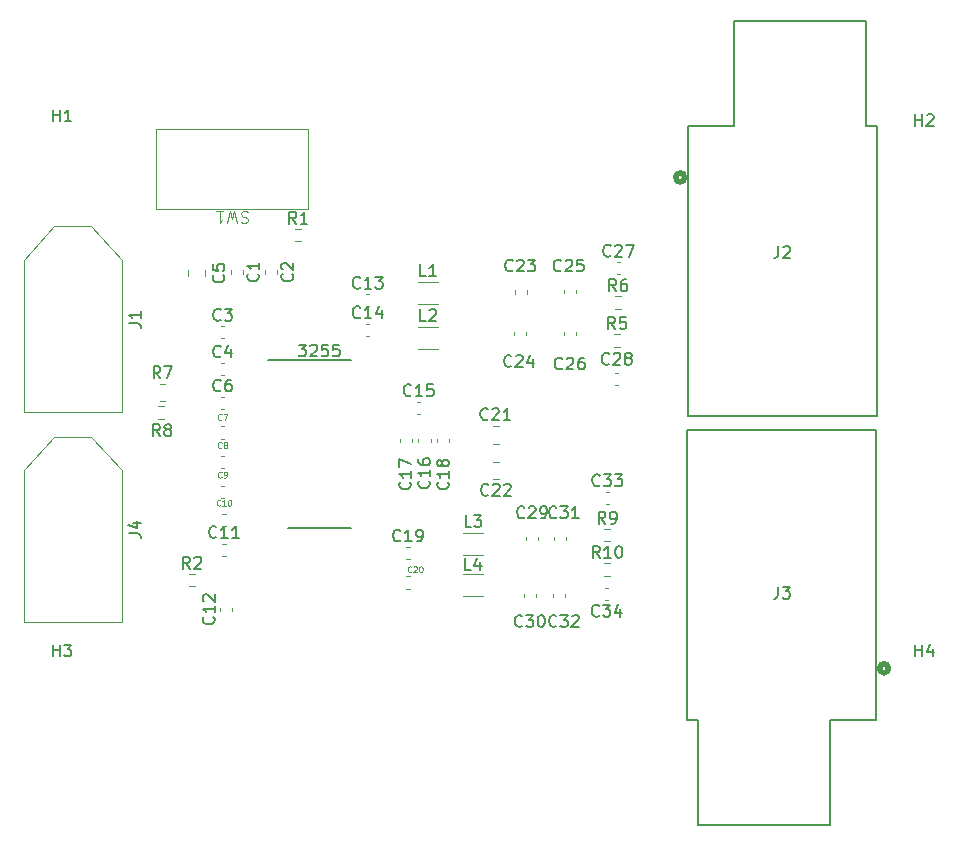
<source format=gbr>
%TF.GenerationSoftware,KiCad,Pcbnew,9.0.0*%
%TF.CreationDate,2025-03-23T10:17:33+01:00*%
%TF.ProjectId,Pcb_Ampli2,5063625f-416d-4706-9c69-322e6b696361,rev?*%
%TF.SameCoordinates,Original*%
%TF.FileFunction,Legend,Top*%
%TF.FilePolarity,Positive*%
%FSLAX46Y46*%
G04 Gerber Fmt 4.6, Leading zero omitted, Abs format (unit mm)*
G04 Created by KiCad (PCBNEW 9.0.0) date 2025-03-23 10:17:33*
%MOMM*%
%LPD*%
G01*
G04 APERTURE LIST*
%ADD10C,0.150000*%
%ADD11C,0.125000*%
%ADD12C,0.100000*%
%ADD13C,0.123000*%
%ADD14C,0.508000*%
%ADD15C,0.152400*%
%ADD16C,0.120000*%
%ADD17C,0.200000*%
G04 APERTURE END LIST*
D10*
X141151666Y-56504819D02*
X141151666Y-57219104D01*
X141151666Y-57219104D02*
X141104047Y-57361961D01*
X141104047Y-57361961D02*
X141008809Y-57457200D01*
X141008809Y-57457200D02*
X140865952Y-57504819D01*
X140865952Y-57504819D02*
X140770714Y-57504819D01*
X141580238Y-56600057D02*
X141627857Y-56552438D01*
X141627857Y-56552438D02*
X141723095Y-56504819D01*
X141723095Y-56504819D02*
X141961190Y-56504819D01*
X141961190Y-56504819D02*
X142056428Y-56552438D01*
X142056428Y-56552438D02*
X142104047Y-56600057D01*
X142104047Y-56600057D02*
X142151666Y-56695295D01*
X142151666Y-56695295D02*
X142151666Y-56790533D01*
X142151666Y-56790533D02*
X142104047Y-56933390D01*
X142104047Y-56933390D02*
X141532619Y-57504819D01*
X141532619Y-57504819D02*
X142151666Y-57504819D01*
X141133266Y-85363715D02*
X141133266Y-86078000D01*
X141133266Y-86078000D02*
X141085647Y-86220857D01*
X141085647Y-86220857D02*
X140990409Y-86316096D01*
X140990409Y-86316096D02*
X140847552Y-86363715D01*
X140847552Y-86363715D02*
X140752314Y-86363715D01*
X141514219Y-85363715D02*
X142133266Y-85363715D01*
X142133266Y-85363715D02*
X141799933Y-85744667D01*
X141799933Y-85744667D02*
X141942790Y-85744667D01*
X141942790Y-85744667D02*
X142038028Y-85792286D01*
X142038028Y-85792286D02*
X142085647Y-85839905D01*
X142085647Y-85839905D02*
X142133266Y-85935143D01*
X142133266Y-85935143D02*
X142133266Y-86173238D01*
X142133266Y-86173238D02*
X142085647Y-86268476D01*
X142085647Y-86268476D02*
X142038028Y-86316096D01*
X142038028Y-86316096D02*
X141942790Y-86363715D01*
X141942790Y-86363715D02*
X141657076Y-86363715D01*
X141657076Y-86363715D02*
X141561838Y-86316096D01*
X141561838Y-86316096D02*
X141514219Y-86268476D01*
X127333333Y-63524819D02*
X127000000Y-63048628D01*
X126761905Y-63524819D02*
X126761905Y-62524819D01*
X126761905Y-62524819D02*
X127142857Y-62524819D01*
X127142857Y-62524819D02*
X127238095Y-62572438D01*
X127238095Y-62572438D02*
X127285714Y-62620057D01*
X127285714Y-62620057D02*
X127333333Y-62715295D01*
X127333333Y-62715295D02*
X127333333Y-62858152D01*
X127333333Y-62858152D02*
X127285714Y-62953390D01*
X127285714Y-62953390D02*
X127238095Y-63001009D01*
X127238095Y-63001009D02*
X127142857Y-63048628D01*
X127142857Y-63048628D02*
X126761905Y-63048628D01*
X128238095Y-62524819D02*
X127761905Y-62524819D01*
X127761905Y-62524819D02*
X127714286Y-63001009D01*
X127714286Y-63001009D02*
X127761905Y-62953390D01*
X127761905Y-62953390D02*
X127857143Y-62905771D01*
X127857143Y-62905771D02*
X128095238Y-62905771D01*
X128095238Y-62905771D02*
X128190476Y-62953390D01*
X128190476Y-62953390D02*
X128238095Y-63001009D01*
X128238095Y-63001009D02*
X128285714Y-63096247D01*
X128285714Y-63096247D02*
X128285714Y-63334342D01*
X128285714Y-63334342D02*
X128238095Y-63429580D01*
X128238095Y-63429580D02*
X128190476Y-63477200D01*
X128190476Y-63477200D02*
X128095238Y-63524819D01*
X128095238Y-63524819D02*
X127857143Y-63524819D01*
X127857143Y-63524819D02*
X127761905Y-63477200D01*
X127761905Y-63477200D02*
X127714286Y-63429580D01*
X127433333Y-60324819D02*
X127100000Y-59848628D01*
X126861905Y-60324819D02*
X126861905Y-59324819D01*
X126861905Y-59324819D02*
X127242857Y-59324819D01*
X127242857Y-59324819D02*
X127338095Y-59372438D01*
X127338095Y-59372438D02*
X127385714Y-59420057D01*
X127385714Y-59420057D02*
X127433333Y-59515295D01*
X127433333Y-59515295D02*
X127433333Y-59658152D01*
X127433333Y-59658152D02*
X127385714Y-59753390D01*
X127385714Y-59753390D02*
X127338095Y-59801009D01*
X127338095Y-59801009D02*
X127242857Y-59848628D01*
X127242857Y-59848628D02*
X126861905Y-59848628D01*
X128290476Y-59324819D02*
X128100000Y-59324819D01*
X128100000Y-59324819D02*
X128004762Y-59372438D01*
X128004762Y-59372438D02*
X127957143Y-59420057D01*
X127957143Y-59420057D02*
X127861905Y-59562914D01*
X127861905Y-59562914D02*
X127814286Y-59753390D01*
X127814286Y-59753390D02*
X127814286Y-60134342D01*
X127814286Y-60134342D02*
X127861905Y-60229580D01*
X127861905Y-60229580D02*
X127909524Y-60277200D01*
X127909524Y-60277200D02*
X128004762Y-60324819D01*
X128004762Y-60324819D02*
X128195238Y-60324819D01*
X128195238Y-60324819D02*
X128290476Y-60277200D01*
X128290476Y-60277200D02*
X128338095Y-60229580D01*
X128338095Y-60229580D02*
X128385714Y-60134342D01*
X128385714Y-60134342D02*
X128385714Y-59896247D01*
X128385714Y-59896247D02*
X128338095Y-59801009D01*
X128338095Y-59801009D02*
X128290476Y-59753390D01*
X128290476Y-59753390D02*
X128195238Y-59705771D01*
X128195238Y-59705771D02*
X128004762Y-59705771D01*
X128004762Y-59705771D02*
X127909524Y-59753390D01*
X127909524Y-59753390D02*
X127861905Y-59801009D01*
X127861905Y-59801009D02*
X127814286Y-59896247D01*
X126508333Y-80014819D02*
X126175000Y-79538628D01*
X125936905Y-80014819D02*
X125936905Y-79014819D01*
X125936905Y-79014819D02*
X126317857Y-79014819D01*
X126317857Y-79014819D02*
X126413095Y-79062438D01*
X126413095Y-79062438D02*
X126460714Y-79110057D01*
X126460714Y-79110057D02*
X126508333Y-79205295D01*
X126508333Y-79205295D02*
X126508333Y-79348152D01*
X126508333Y-79348152D02*
X126460714Y-79443390D01*
X126460714Y-79443390D02*
X126413095Y-79491009D01*
X126413095Y-79491009D02*
X126317857Y-79538628D01*
X126317857Y-79538628D02*
X125936905Y-79538628D01*
X126984524Y-80014819D02*
X127175000Y-80014819D01*
X127175000Y-80014819D02*
X127270238Y-79967200D01*
X127270238Y-79967200D02*
X127317857Y-79919580D01*
X127317857Y-79919580D02*
X127413095Y-79776723D01*
X127413095Y-79776723D02*
X127460714Y-79586247D01*
X127460714Y-79586247D02*
X127460714Y-79205295D01*
X127460714Y-79205295D02*
X127413095Y-79110057D01*
X127413095Y-79110057D02*
X127365476Y-79062438D01*
X127365476Y-79062438D02*
X127270238Y-79014819D01*
X127270238Y-79014819D02*
X127079762Y-79014819D01*
X127079762Y-79014819D02*
X126984524Y-79062438D01*
X126984524Y-79062438D02*
X126936905Y-79110057D01*
X126936905Y-79110057D02*
X126889286Y-79205295D01*
X126889286Y-79205295D02*
X126889286Y-79443390D01*
X126889286Y-79443390D02*
X126936905Y-79538628D01*
X126936905Y-79538628D02*
X126984524Y-79586247D01*
X126984524Y-79586247D02*
X127079762Y-79633866D01*
X127079762Y-79633866D02*
X127270238Y-79633866D01*
X127270238Y-79633866D02*
X127365476Y-79586247D01*
X127365476Y-79586247D02*
X127413095Y-79538628D01*
X127413095Y-79538628D02*
X127460714Y-79443390D01*
X126032142Y-82924819D02*
X125698809Y-82448628D01*
X125460714Y-82924819D02*
X125460714Y-81924819D01*
X125460714Y-81924819D02*
X125841666Y-81924819D01*
X125841666Y-81924819D02*
X125936904Y-81972438D01*
X125936904Y-81972438D02*
X125984523Y-82020057D01*
X125984523Y-82020057D02*
X126032142Y-82115295D01*
X126032142Y-82115295D02*
X126032142Y-82258152D01*
X126032142Y-82258152D02*
X125984523Y-82353390D01*
X125984523Y-82353390D02*
X125936904Y-82401009D01*
X125936904Y-82401009D02*
X125841666Y-82448628D01*
X125841666Y-82448628D02*
X125460714Y-82448628D01*
X126984523Y-82924819D02*
X126413095Y-82924819D01*
X126698809Y-82924819D02*
X126698809Y-81924819D01*
X126698809Y-81924819D02*
X126603571Y-82067676D01*
X126603571Y-82067676D02*
X126508333Y-82162914D01*
X126508333Y-82162914D02*
X126413095Y-82210533D01*
X127603571Y-81924819D02*
X127698809Y-81924819D01*
X127698809Y-81924819D02*
X127794047Y-81972438D01*
X127794047Y-81972438D02*
X127841666Y-82020057D01*
X127841666Y-82020057D02*
X127889285Y-82115295D01*
X127889285Y-82115295D02*
X127936904Y-82305771D01*
X127936904Y-82305771D02*
X127936904Y-82543866D01*
X127936904Y-82543866D02*
X127889285Y-82734342D01*
X127889285Y-82734342D02*
X127841666Y-82829580D01*
X127841666Y-82829580D02*
X127794047Y-82877200D01*
X127794047Y-82877200D02*
X127698809Y-82924819D01*
X127698809Y-82924819D02*
X127603571Y-82924819D01*
X127603571Y-82924819D02*
X127508333Y-82877200D01*
X127508333Y-82877200D02*
X127460714Y-82829580D01*
X127460714Y-82829580D02*
X127413095Y-82734342D01*
X127413095Y-82734342D02*
X127365476Y-82543866D01*
X127365476Y-82543866D02*
X127365476Y-82305771D01*
X127365476Y-82305771D02*
X127413095Y-82115295D01*
X127413095Y-82115295D02*
X127460714Y-82020057D01*
X127460714Y-82020057D02*
X127508333Y-81972438D01*
X127508333Y-81972438D02*
X127603571Y-81924819D01*
X100538095Y-64854819D02*
X101157142Y-64854819D01*
X101157142Y-64854819D02*
X100823809Y-65235771D01*
X100823809Y-65235771D02*
X100966666Y-65235771D01*
X100966666Y-65235771D02*
X101061904Y-65283390D01*
X101061904Y-65283390D02*
X101109523Y-65331009D01*
X101109523Y-65331009D02*
X101157142Y-65426247D01*
X101157142Y-65426247D02*
X101157142Y-65664342D01*
X101157142Y-65664342D02*
X101109523Y-65759580D01*
X101109523Y-65759580D02*
X101061904Y-65807200D01*
X101061904Y-65807200D02*
X100966666Y-65854819D01*
X100966666Y-65854819D02*
X100680952Y-65854819D01*
X100680952Y-65854819D02*
X100585714Y-65807200D01*
X100585714Y-65807200D02*
X100538095Y-65759580D01*
X101538095Y-64950057D02*
X101585714Y-64902438D01*
X101585714Y-64902438D02*
X101680952Y-64854819D01*
X101680952Y-64854819D02*
X101919047Y-64854819D01*
X101919047Y-64854819D02*
X102014285Y-64902438D01*
X102014285Y-64902438D02*
X102061904Y-64950057D01*
X102061904Y-64950057D02*
X102109523Y-65045295D01*
X102109523Y-65045295D02*
X102109523Y-65140533D01*
X102109523Y-65140533D02*
X102061904Y-65283390D01*
X102061904Y-65283390D02*
X101490476Y-65854819D01*
X101490476Y-65854819D02*
X102109523Y-65854819D01*
X103014285Y-64854819D02*
X102538095Y-64854819D01*
X102538095Y-64854819D02*
X102490476Y-65331009D01*
X102490476Y-65331009D02*
X102538095Y-65283390D01*
X102538095Y-65283390D02*
X102633333Y-65235771D01*
X102633333Y-65235771D02*
X102871428Y-65235771D01*
X102871428Y-65235771D02*
X102966666Y-65283390D01*
X102966666Y-65283390D02*
X103014285Y-65331009D01*
X103014285Y-65331009D02*
X103061904Y-65426247D01*
X103061904Y-65426247D02*
X103061904Y-65664342D01*
X103061904Y-65664342D02*
X103014285Y-65759580D01*
X103014285Y-65759580D02*
X102966666Y-65807200D01*
X102966666Y-65807200D02*
X102871428Y-65854819D01*
X102871428Y-65854819D02*
X102633333Y-65854819D01*
X102633333Y-65854819D02*
X102538095Y-65807200D01*
X102538095Y-65807200D02*
X102490476Y-65759580D01*
X103966666Y-64854819D02*
X103490476Y-64854819D01*
X103490476Y-64854819D02*
X103442857Y-65331009D01*
X103442857Y-65331009D02*
X103490476Y-65283390D01*
X103490476Y-65283390D02*
X103585714Y-65235771D01*
X103585714Y-65235771D02*
X103823809Y-65235771D01*
X103823809Y-65235771D02*
X103919047Y-65283390D01*
X103919047Y-65283390D02*
X103966666Y-65331009D01*
X103966666Y-65331009D02*
X104014285Y-65426247D01*
X104014285Y-65426247D02*
X104014285Y-65664342D01*
X104014285Y-65664342D02*
X103966666Y-65759580D01*
X103966666Y-65759580D02*
X103919047Y-65807200D01*
X103919047Y-65807200D02*
X103823809Y-65854819D01*
X103823809Y-65854819D02*
X103585714Y-65854819D01*
X103585714Y-65854819D02*
X103490476Y-65807200D01*
X103490476Y-65807200D02*
X103442857Y-65759580D01*
X116607142Y-77549580D02*
X116559523Y-77597200D01*
X116559523Y-77597200D02*
X116416666Y-77644819D01*
X116416666Y-77644819D02*
X116321428Y-77644819D01*
X116321428Y-77644819D02*
X116178571Y-77597200D01*
X116178571Y-77597200D02*
X116083333Y-77501961D01*
X116083333Y-77501961D02*
X116035714Y-77406723D01*
X116035714Y-77406723D02*
X115988095Y-77216247D01*
X115988095Y-77216247D02*
X115988095Y-77073390D01*
X115988095Y-77073390D02*
X116035714Y-76882914D01*
X116035714Y-76882914D02*
X116083333Y-76787676D01*
X116083333Y-76787676D02*
X116178571Y-76692438D01*
X116178571Y-76692438D02*
X116321428Y-76644819D01*
X116321428Y-76644819D02*
X116416666Y-76644819D01*
X116416666Y-76644819D02*
X116559523Y-76692438D01*
X116559523Y-76692438D02*
X116607142Y-76740057D01*
X116988095Y-76740057D02*
X117035714Y-76692438D01*
X117035714Y-76692438D02*
X117130952Y-76644819D01*
X117130952Y-76644819D02*
X117369047Y-76644819D01*
X117369047Y-76644819D02*
X117464285Y-76692438D01*
X117464285Y-76692438D02*
X117511904Y-76740057D01*
X117511904Y-76740057D02*
X117559523Y-76835295D01*
X117559523Y-76835295D02*
X117559523Y-76930533D01*
X117559523Y-76930533D02*
X117511904Y-77073390D01*
X117511904Y-77073390D02*
X116940476Y-77644819D01*
X116940476Y-77644819D02*
X117559523Y-77644819D01*
X117940476Y-76740057D02*
X117988095Y-76692438D01*
X117988095Y-76692438D02*
X118083333Y-76644819D01*
X118083333Y-76644819D02*
X118321428Y-76644819D01*
X118321428Y-76644819D02*
X118416666Y-76692438D01*
X118416666Y-76692438D02*
X118464285Y-76740057D01*
X118464285Y-76740057D02*
X118511904Y-76835295D01*
X118511904Y-76835295D02*
X118511904Y-76930533D01*
X118511904Y-76930533D02*
X118464285Y-77073390D01*
X118464285Y-77073390D02*
X117892857Y-77644819D01*
X117892857Y-77644819D02*
X118511904Y-77644819D01*
X152738095Y-91254819D02*
X152738095Y-90254819D01*
X152738095Y-90731009D02*
X153309523Y-90731009D01*
X153309523Y-91254819D02*
X153309523Y-90254819D01*
X154214285Y-90588152D02*
X154214285Y-91254819D01*
X153976190Y-90207200D02*
X153738095Y-90921485D01*
X153738095Y-90921485D02*
X154357142Y-90921485D01*
X126032142Y-76749580D02*
X125984523Y-76797200D01*
X125984523Y-76797200D02*
X125841666Y-76844819D01*
X125841666Y-76844819D02*
X125746428Y-76844819D01*
X125746428Y-76844819D02*
X125603571Y-76797200D01*
X125603571Y-76797200D02*
X125508333Y-76701961D01*
X125508333Y-76701961D02*
X125460714Y-76606723D01*
X125460714Y-76606723D02*
X125413095Y-76416247D01*
X125413095Y-76416247D02*
X125413095Y-76273390D01*
X125413095Y-76273390D02*
X125460714Y-76082914D01*
X125460714Y-76082914D02*
X125508333Y-75987676D01*
X125508333Y-75987676D02*
X125603571Y-75892438D01*
X125603571Y-75892438D02*
X125746428Y-75844819D01*
X125746428Y-75844819D02*
X125841666Y-75844819D01*
X125841666Y-75844819D02*
X125984523Y-75892438D01*
X125984523Y-75892438D02*
X126032142Y-75940057D01*
X126365476Y-75844819D02*
X126984523Y-75844819D01*
X126984523Y-75844819D02*
X126651190Y-76225771D01*
X126651190Y-76225771D02*
X126794047Y-76225771D01*
X126794047Y-76225771D02*
X126889285Y-76273390D01*
X126889285Y-76273390D02*
X126936904Y-76321009D01*
X126936904Y-76321009D02*
X126984523Y-76416247D01*
X126984523Y-76416247D02*
X126984523Y-76654342D01*
X126984523Y-76654342D02*
X126936904Y-76749580D01*
X126936904Y-76749580D02*
X126889285Y-76797200D01*
X126889285Y-76797200D02*
X126794047Y-76844819D01*
X126794047Y-76844819D02*
X126508333Y-76844819D01*
X126508333Y-76844819D02*
X126413095Y-76797200D01*
X126413095Y-76797200D02*
X126365476Y-76749580D01*
X127317857Y-75844819D02*
X127936904Y-75844819D01*
X127936904Y-75844819D02*
X127603571Y-76225771D01*
X127603571Y-76225771D02*
X127746428Y-76225771D01*
X127746428Y-76225771D02*
X127841666Y-76273390D01*
X127841666Y-76273390D02*
X127889285Y-76321009D01*
X127889285Y-76321009D02*
X127936904Y-76416247D01*
X127936904Y-76416247D02*
X127936904Y-76654342D01*
X127936904Y-76654342D02*
X127889285Y-76749580D01*
X127889285Y-76749580D02*
X127841666Y-76797200D01*
X127841666Y-76797200D02*
X127746428Y-76844819D01*
X127746428Y-76844819D02*
X127460714Y-76844819D01*
X127460714Y-76844819D02*
X127365476Y-76797200D01*
X127365476Y-76797200D02*
X127317857Y-76749580D01*
X79738095Y-45954819D02*
X79738095Y-44954819D01*
X79738095Y-45431009D02*
X80309523Y-45431009D01*
X80309523Y-45954819D02*
X80309523Y-44954819D01*
X81309523Y-45954819D02*
X80738095Y-45954819D01*
X81023809Y-45954819D02*
X81023809Y-44954819D01*
X81023809Y-44954819D02*
X80928571Y-45097676D01*
X80928571Y-45097676D02*
X80833333Y-45192914D01*
X80833333Y-45192914D02*
X80738095Y-45240533D01*
X152738095Y-46354819D02*
X152738095Y-45354819D01*
X152738095Y-45831009D02*
X153309523Y-45831009D01*
X153309523Y-46354819D02*
X153309523Y-45354819D01*
X153738095Y-45450057D02*
X153785714Y-45402438D01*
X153785714Y-45402438D02*
X153880952Y-45354819D01*
X153880952Y-45354819D02*
X154119047Y-45354819D01*
X154119047Y-45354819D02*
X154214285Y-45402438D01*
X154214285Y-45402438D02*
X154261904Y-45450057D01*
X154261904Y-45450057D02*
X154309523Y-45545295D01*
X154309523Y-45545295D02*
X154309523Y-45640533D01*
X154309523Y-45640533D02*
X154261904Y-45783390D01*
X154261904Y-45783390D02*
X153690476Y-46354819D01*
X153690476Y-46354819D02*
X154309523Y-46354819D01*
X86154819Y-80833333D02*
X86869104Y-80833333D01*
X86869104Y-80833333D02*
X87011961Y-80880952D01*
X87011961Y-80880952D02*
X87107200Y-80976190D01*
X87107200Y-80976190D02*
X87154819Y-81119047D01*
X87154819Y-81119047D02*
X87154819Y-81214285D01*
X86488152Y-79928571D02*
X87154819Y-79928571D01*
X86107200Y-80166666D02*
X86821485Y-80404761D01*
X86821485Y-80404761D02*
X86821485Y-79785714D01*
X119657142Y-79459580D02*
X119609523Y-79507200D01*
X119609523Y-79507200D02*
X119466666Y-79554819D01*
X119466666Y-79554819D02*
X119371428Y-79554819D01*
X119371428Y-79554819D02*
X119228571Y-79507200D01*
X119228571Y-79507200D02*
X119133333Y-79411961D01*
X119133333Y-79411961D02*
X119085714Y-79316723D01*
X119085714Y-79316723D02*
X119038095Y-79126247D01*
X119038095Y-79126247D02*
X119038095Y-78983390D01*
X119038095Y-78983390D02*
X119085714Y-78792914D01*
X119085714Y-78792914D02*
X119133333Y-78697676D01*
X119133333Y-78697676D02*
X119228571Y-78602438D01*
X119228571Y-78602438D02*
X119371428Y-78554819D01*
X119371428Y-78554819D02*
X119466666Y-78554819D01*
X119466666Y-78554819D02*
X119609523Y-78602438D01*
X119609523Y-78602438D02*
X119657142Y-78650057D01*
X120038095Y-78650057D02*
X120085714Y-78602438D01*
X120085714Y-78602438D02*
X120180952Y-78554819D01*
X120180952Y-78554819D02*
X120419047Y-78554819D01*
X120419047Y-78554819D02*
X120514285Y-78602438D01*
X120514285Y-78602438D02*
X120561904Y-78650057D01*
X120561904Y-78650057D02*
X120609523Y-78745295D01*
X120609523Y-78745295D02*
X120609523Y-78840533D01*
X120609523Y-78840533D02*
X120561904Y-78983390D01*
X120561904Y-78983390D02*
X119990476Y-79554819D01*
X119990476Y-79554819D02*
X120609523Y-79554819D01*
X121085714Y-79554819D02*
X121276190Y-79554819D01*
X121276190Y-79554819D02*
X121371428Y-79507200D01*
X121371428Y-79507200D02*
X121419047Y-79459580D01*
X121419047Y-79459580D02*
X121514285Y-79316723D01*
X121514285Y-79316723D02*
X121561904Y-79126247D01*
X121561904Y-79126247D02*
X121561904Y-78745295D01*
X121561904Y-78745295D02*
X121514285Y-78650057D01*
X121514285Y-78650057D02*
X121466666Y-78602438D01*
X121466666Y-78602438D02*
X121371428Y-78554819D01*
X121371428Y-78554819D02*
X121180952Y-78554819D01*
X121180952Y-78554819D02*
X121085714Y-78602438D01*
X121085714Y-78602438D02*
X121038095Y-78650057D01*
X121038095Y-78650057D02*
X120990476Y-78745295D01*
X120990476Y-78745295D02*
X120990476Y-78983390D01*
X120990476Y-78983390D02*
X121038095Y-79078628D01*
X121038095Y-79078628D02*
X121085714Y-79126247D01*
X121085714Y-79126247D02*
X121180952Y-79173866D01*
X121180952Y-79173866D02*
X121371428Y-79173866D01*
X121371428Y-79173866D02*
X121466666Y-79126247D01*
X121466666Y-79126247D02*
X121514285Y-79078628D01*
X121514285Y-79078628D02*
X121561904Y-78983390D01*
X88833333Y-67704819D02*
X88500000Y-67228628D01*
X88261905Y-67704819D02*
X88261905Y-66704819D01*
X88261905Y-66704819D02*
X88642857Y-66704819D01*
X88642857Y-66704819D02*
X88738095Y-66752438D01*
X88738095Y-66752438D02*
X88785714Y-66800057D01*
X88785714Y-66800057D02*
X88833333Y-66895295D01*
X88833333Y-66895295D02*
X88833333Y-67038152D01*
X88833333Y-67038152D02*
X88785714Y-67133390D01*
X88785714Y-67133390D02*
X88738095Y-67181009D01*
X88738095Y-67181009D02*
X88642857Y-67228628D01*
X88642857Y-67228628D02*
X88261905Y-67228628D01*
X89166667Y-66704819D02*
X89833333Y-66704819D01*
X89833333Y-66704819D02*
X89404762Y-67704819D01*
X93933333Y-68719580D02*
X93885714Y-68767200D01*
X93885714Y-68767200D02*
X93742857Y-68814819D01*
X93742857Y-68814819D02*
X93647619Y-68814819D01*
X93647619Y-68814819D02*
X93504762Y-68767200D01*
X93504762Y-68767200D02*
X93409524Y-68671961D01*
X93409524Y-68671961D02*
X93361905Y-68576723D01*
X93361905Y-68576723D02*
X93314286Y-68386247D01*
X93314286Y-68386247D02*
X93314286Y-68243390D01*
X93314286Y-68243390D02*
X93361905Y-68052914D01*
X93361905Y-68052914D02*
X93409524Y-67957676D01*
X93409524Y-67957676D02*
X93504762Y-67862438D01*
X93504762Y-67862438D02*
X93647619Y-67814819D01*
X93647619Y-67814819D02*
X93742857Y-67814819D01*
X93742857Y-67814819D02*
X93885714Y-67862438D01*
X93885714Y-67862438D02*
X93933333Y-67910057D01*
X94790476Y-67814819D02*
X94600000Y-67814819D01*
X94600000Y-67814819D02*
X94504762Y-67862438D01*
X94504762Y-67862438D02*
X94457143Y-67910057D01*
X94457143Y-67910057D02*
X94361905Y-68052914D01*
X94361905Y-68052914D02*
X94314286Y-68243390D01*
X94314286Y-68243390D02*
X94314286Y-68624342D01*
X94314286Y-68624342D02*
X94361905Y-68719580D01*
X94361905Y-68719580D02*
X94409524Y-68767200D01*
X94409524Y-68767200D02*
X94504762Y-68814819D01*
X94504762Y-68814819D02*
X94695238Y-68814819D01*
X94695238Y-68814819D02*
X94790476Y-68767200D01*
X94790476Y-68767200D02*
X94838095Y-68719580D01*
X94838095Y-68719580D02*
X94885714Y-68624342D01*
X94885714Y-68624342D02*
X94885714Y-68386247D01*
X94885714Y-68386247D02*
X94838095Y-68291009D01*
X94838095Y-68291009D02*
X94790476Y-68243390D01*
X94790476Y-68243390D02*
X94695238Y-68195771D01*
X94695238Y-68195771D02*
X94504762Y-68195771D01*
X94504762Y-68195771D02*
X94409524Y-68243390D01*
X94409524Y-68243390D02*
X94361905Y-68291009D01*
X94361905Y-68291009D02*
X94314286Y-68386247D01*
X115133333Y-83954819D02*
X114657143Y-83954819D01*
X114657143Y-83954819D02*
X114657143Y-82954819D01*
X115895238Y-83288152D02*
X115895238Y-83954819D01*
X115657143Y-82907200D02*
X115419048Y-83621485D01*
X115419048Y-83621485D02*
X116038095Y-83621485D01*
X122357142Y-88659580D02*
X122309523Y-88707200D01*
X122309523Y-88707200D02*
X122166666Y-88754819D01*
X122166666Y-88754819D02*
X122071428Y-88754819D01*
X122071428Y-88754819D02*
X121928571Y-88707200D01*
X121928571Y-88707200D02*
X121833333Y-88611961D01*
X121833333Y-88611961D02*
X121785714Y-88516723D01*
X121785714Y-88516723D02*
X121738095Y-88326247D01*
X121738095Y-88326247D02*
X121738095Y-88183390D01*
X121738095Y-88183390D02*
X121785714Y-87992914D01*
X121785714Y-87992914D02*
X121833333Y-87897676D01*
X121833333Y-87897676D02*
X121928571Y-87802438D01*
X121928571Y-87802438D02*
X122071428Y-87754819D01*
X122071428Y-87754819D02*
X122166666Y-87754819D01*
X122166666Y-87754819D02*
X122309523Y-87802438D01*
X122309523Y-87802438D02*
X122357142Y-87850057D01*
X122690476Y-87754819D02*
X123309523Y-87754819D01*
X123309523Y-87754819D02*
X122976190Y-88135771D01*
X122976190Y-88135771D02*
X123119047Y-88135771D01*
X123119047Y-88135771D02*
X123214285Y-88183390D01*
X123214285Y-88183390D02*
X123261904Y-88231009D01*
X123261904Y-88231009D02*
X123309523Y-88326247D01*
X123309523Y-88326247D02*
X123309523Y-88564342D01*
X123309523Y-88564342D02*
X123261904Y-88659580D01*
X123261904Y-88659580D02*
X123214285Y-88707200D01*
X123214285Y-88707200D02*
X123119047Y-88754819D01*
X123119047Y-88754819D02*
X122833333Y-88754819D01*
X122833333Y-88754819D02*
X122738095Y-88707200D01*
X122738095Y-88707200D02*
X122690476Y-88659580D01*
X123690476Y-87850057D02*
X123738095Y-87802438D01*
X123738095Y-87802438D02*
X123833333Y-87754819D01*
X123833333Y-87754819D02*
X124071428Y-87754819D01*
X124071428Y-87754819D02*
X124166666Y-87802438D01*
X124166666Y-87802438D02*
X124214285Y-87850057D01*
X124214285Y-87850057D02*
X124261904Y-87945295D01*
X124261904Y-87945295D02*
X124261904Y-88040533D01*
X124261904Y-88040533D02*
X124214285Y-88183390D01*
X124214285Y-88183390D02*
X123642857Y-88754819D01*
X123642857Y-88754819D02*
X124261904Y-88754819D01*
X109959580Y-76492857D02*
X110007200Y-76540476D01*
X110007200Y-76540476D02*
X110054819Y-76683333D01*
X110054819Y-76683333D02*
X110054819Y-76778571D01*
X110054819Y-76778571D02*
X110007200Y-76921428D01*
X110007200Y-76921428D02*
X109911961Y-77016666D01*
X109911961Y-77016666D02*
X109816723Y-77064285D01*
X109816723Y-77064285D02*
X109626247Y-77111904D01*
X109626247Y-77111904D02*
X109483390Y-77111904D01*
X109483390Y-77111904D02*
X109292914Y-77064285D01*
X109292914Y-77064285D02*
X109197676Y-77016666D01*
X109197676Y-77016666D02*
X109102438Y-76921428D01*
X109102438Y-76921428D02*
X109054819Y-76778571D01*
X109054819Y-76778571D02*
X109054819Y-76683333D01*
X109054819Y-76683333D02*
X109102438Y-76540476D01*
X109102438Y-76540476D02*
X109150057Y-76492857D01*
X110054819Y-75540476D02*
X110054819Y-76111904D01*
X110054819Y-75826190D02*
X109054819Y-75826190D01*
X109054819Y-75826190D02*
X109197676Y-75921428D01*
X109197676Y-75921428D02*
X109292914Y-76016666D01*
X109292914Y-76016666D02*
X109340533Y-76111904D01*
X109054819Y-75207142D02*
X109054819Y-74540476D01*
X109054819Y-74540476D02*
X110054819Y-74969047D01*
X79738095Y-91254819D02*
X79738095Y-90254819D01*
X79738095Y-90731009D02*
X80309523Y-90731009D01*
X80309523Y-91254819D02*
X80309523Y-90254819D01*
X80690476Y-90254819D02*
X81309523Y-90254819D01*
X81309523Y-90254819D02*
X80976190Y-90635771D01*
X80976190Y-90635771D02*
X81119047Y-90635771D01*
X81119047Y-90635771D02*
X81214285Y-90683390D01*
X81214285Y-90683390D02*
X81261904Y-90731009D01*
X81261904Y-90731009D02*
X81309523Y-90826247D01*
X81309523Y-90826247D02*
X81309523Y-91064342D01*
X81309523Y-91064342D02*
X81261904Y-91159580D01*
X81261904Y-91159580D02*
X81214285Y-91207200D01*
X81214285Y-91207200D02*
X81119047Y-91254819D01*
X81119047Y-91254819D02*
X80833333Y-91254819D01*
X80833333Y-91254819D02*
X80738095Y-91207200D01*
X80738095Y-91207200D02*
X80690476Y-91159580D01*
X94159580Y-58966666D02*
X94207200Y-59014285D01*
X94207200Y-59014285D02*
X94254819Y-59157142D01*
X94254819Y-59157142D02*
X94254819Y-59252380D01*
X94254819Y-59252380D02*
X94207200Y-59395237D01*
X94207200Y-59395237D02*
X94111961Y-59490475D01*
X94111961Y-59490475D02*
X94016723Y-59538094D01*
X94016723Y-59538094D02*
X93826247Y-59585713D01*
X93826247Y-59585713D02*
X93683390Y-59585713D01*
X93683390Y-59585713D02*
X93492914Y-59538094D01*
X93492914Y-59538094D02*
X93397676Y-59490475D01*
X93397676Y-59490475D02*
X93302438Y-59395237D01*
X93302438Y-59395237D02*
X93254819Y-59252380D01*
X93254819Y-59252380D02*
X93254819Y-59157142D01*
X93254819Y-59157142D02*
X93302438Y-59014285D01*
X93302438Y-59014285D02*
X93350057Y-58966666D01*
X93254819Y-58061904D02*
X93254819Y-58538094D01*
X93254819Y-58538094D02*
X93731009Y-58585713D01*
X93731009Y-58585713D02*
X93683390Y-58538094D01*
X93683390Y-58538094D02*
X93635771Y-58442856D01*
X93635771Y-58442856D02*
X93635771Y-58204761D01*
X93635771Y-58204761D02*
X93683390Y-58109523D01*
X93683390Y-58109523D02*
X93731009Y-58061904D01*
X93731009Y-58061904D02*
X93826247Y-58014285D01*
X93826247Y-58014285D02*
X94064342Y-58014285D01*
X94064342Y-58014285D02*
X94159580Y-58061904D01*
X94159580Y-58061904D02*
X94207200Y-58109523D01*
X94207200Y-58109523D02*
X94254819Y-58204761D01*
X94254819Y-58204761D02*
X94254819Y-58442856D01*
X94254819Y-58442856D02*
X94207200Y-58538094D01*
X94207200Y-58538094D02*
X94159580Y-58585713D01*
X116557142Y-71159580D02*
X116509523Y-71207200D01*
X116509523Y-71207200D02*
X116366666Y-71254819D01*
X116366666Y-71254819D02*
X116271428Y-71254819D01*
X116271428Y-71254819D02*
X116128571Y-71207200D01*
X116128571Y-71207200D02*
X116033333Y-71111961D01*
X116033333Y-71111961D02*
X115985714Y-71016723D01*
X115985714Y-71016723D02*
X115938095Y-70826247D01*
X115938095Y-70826247D02*
X115938095Y-70683390D01*
X115938095Y-70683390D02*
X115985714Y-70492914D01*
X115985714Y-70492914D02*
X116033333Y-70397676D01*
X116033333Y-70397676D02*
X116128571Y-70302438D01*
X116128571Y-70302438D02*
X116271428Y-70254819D01*
X116271428Y-70254819D02*
X116366666Y-70254819D01*
X116366666Y-70254819D02*
X116509523Y-70302438D01*
X116509523Y-70302438D02*
X116557142Y-70350057D01*
X116938095Y-70350057D02*
X116985714Y-70302438D01*
X116985714Y-70302438D02*
X117080952Y-70254819D01*
X117080952Y-70254819D02*
X117319047Y-70254819D01*
X117319047Y-70254819D02*
X117414285Y-70302438D01*
X117414285Y-70302438D02*
X117461904Y-70350057D01*
X117461904Y-70350057D02*
X117509523Y-70445295D01*
X117509523Y-70445295D02*
X117509523Y-70540533D01*
X117509523Y-70540533D02*
X117461904Y-70683390D01*
X117461904Y-70683390D02*
X116890476Y-71254819D01*
X116890476Y-71254819D02*
X117509523Y-71254819D01*
X118461904Y-71254819D02*
X117890476Y-71254819D01*
X118176190Y-71254819D02*
X118176190Y-70254819D01*
X118176190Y-70254819D02*
X118080952Y-70397676D01*
X118080952Y-70397676D02*
X117985714Y-70492914D01*
X117985714Y-70492914D02*
X117890476Y-70540533D01*
X113159580Y-76492857D02*
X113207200Y-76540476D01*
X113207200Y-76540476D02*
X113254819Y-76683333D01*
X113254819Y-76683333D02*
X113254819Y-76778571D01*
X113254819Y-76778571D02*
X113207200Y-76921428D01*
X113207200Y-76921428D02*
X113111961Y-77016666D01*
X113111961Y-77016666D02*
X113016723Y-77064285D01*
X113016723Y-77064285D02*
X112826247Y-77111904D01*
X112826247Y-77111904D02*
X112683390Y-77111904D01*
X112683390Y-77111904D02*
X112492914Y-77064285D01*
X112492914Y-77064285D02*
X112397676Y-77016666D01*
X112397676Y-77016666D02*
X112302438Y-76921428D01*
X112302438Y-76921428D02*
X112254819Y-76778571D01*
X112254819Y-76778571D02*
X112254819Y-76683333D01*
X112254819Y-76683333D02*
X112302438Y-76540476D01*
X112302438Y-76540476D02*
X112350057Y-76492857D01*
X113254819Y-75540476D02*
X113254819Y-76111904D01*
X113254819Y-75826190D02*
X112254819Y-75826190D01*
X112254819Y-75826190D02*
X112397676Y-75921428D01*
X112397676Y-75921428D02*
X112492914Y-76016666D01*
X112492914Y-76016666D02*
X112540533Y-76111904D01*
X112683390Y-74969047D02*
X112635771Y-75064285D01*
X112635771Y-75064285D02*
X112588152Y-75111904D01*
X112588152Y-75111904D02*
X112492914Y-75159523D01*
X112492914Y-75159523D02*
X112445295Y-75159523D01*
X112445295Y-75159523D02*
X112350057Y-75111904D01*
X112350057Y-75111904D02*
X112302438Y-75064285D01*
X112302438Y-75064285D02*
X112254819Y-74969047D01*
X112254819Y-74969047D02*
X112254819Y-74778571D01*
X112254819Y-74778571D02*
X112302438Y-74683333D01*
X112302438Y-74683333D02*
X112350057Y-74635714D01*
X112350057Y-74635714D02*
X112445295Y-74588095D01*
X112445295Y-74588095D02*
X112492914Y-74588095D01*
X112492914Y-74588095D02*
X112588152Y-74635714D01*
X112588152Y-74635714D02*
X112635771Y-74683333D01*
X112635771Y-74683333D02*
X112683390Y-74778571D01*
X112683390Y-74778571D02*
X112683390Y-74969047D01*
X112683390Y-74969047D02*
X112731009Y-75064285D01*
X112731009Y-75064285D02*
X112778628Y-75111904D01*
X112778628Y-75111904D02*
X112873866Y-75159523D01*
X112873866Y-75159523D02*
X113064342Y-75159523D01*
X113064342Y-75159523D02*
X113159580Y-75111904D01*
X113159580Y-75111904D02*
X113207200Y-75064285D01*
X113207200Y-75064285D02*
X113254819Y-74969047D01*
X113254819Y-74969047D02*
X113254819Y-74778571D01*
X113254819Y-74778571D02*
X113207200Y-74683333D01*
X113207200Y-74683333D02*
X113159580Y-74635714D01*
X113159580Y-74635714D02*
X113064342Y-74588095D01*
X113064342Y-74588095D02*
X112873866Y-74588095D01*
X112873866Y-74588095D02*
X112778628Y-74635714D01*
X112778628Y-74635714D02*
X112731009Y-74683333D01*
X112731009Y-74683333D02*
X112683390Y-74778571D01*
X126832142Y-66459580D02*
X126784523Y-66507200D01*
X126784523Y-66507200D02*
X126641666Y-66554819D01*
X126641666Y-66554819D02*
X126546428Y-66554819D01*
X126546428Y-66554819D02*
X126403571Y-66507200D01*
X126403571Y-66507200D02*
X126308333Y-66411961D01*
X126308333Y-66411961D02*
X126260714Y-66316723D01*
X126260714Y-66316723D02*
X126213095Y-66126247D01*
X126213095Y-66126247D02*
X126213095Y-65983390D01*
X126213095Y-65983390D02*
X126260714Y-65792914D01*
X126260714Y-65792914D02*
X126308333Y-65697676D01*
X126308333Y-65697676D02*
X126403571Y-65602438D01*
X126403571Y-65602438D02*
X126546428Y-65554819D01*
X126546428Y-65554819D02*
X126641666Y-65554819D01*
X126641666Y-65554819D02*
X126784523Y-65602438D01*
X126784523Y-65602438D02*
X126832142Y-65650057D01*
X127213095Y-65650057D02*
X127260714Y-65602438D01*
X127260714Y-65602438D02*
X127355952Y-65554819D01*
X127355952Y-65554819D02*
X127594047Y-65554819D01*
X127594047Y-65554819D02*
X127689285Y-65602438D01*
X127689285Y-65602438D02*
X127736904Y-65650057D01*
X127736904Y-65650057D02*
X127784523Y-65745295D01*
X127784523Y-65745295D02*
X127784523Y-65840533D01*
X127784523Y-65840533D02*
X127736904Y-65983390D01*
X127736904Y-65983390D02*
X127165476Y-66554819D01*
X127165476Y-66554819D02*
X127784523Y-66554819D01*
X128355952Y-65983390D02*
X128260714Y-65935771D01*
X128260714Y-65935771D02*
X128213095Y-65888152D01*
X128213095Y-65888152D02*
X128165476Y-65792914D01*
X128165476Y-65792914D02*
X128165476Y-65745295D01*
X128165476Y-65745295D02*
X128213095Y-65650057D01*
X128213095Y-65650057D02*
X128260714Y-65602438D01*
X128260714Y-65602438D02*
X128355952Y-65554819D01*
X128355952Y-65554819D02*
X128546428Y-65554819D01*
X128546428Y-65554819D02*
X128641666Y-65602438D01*
X128641666Y-65602438D02*
X128689285Y-65650057D01*
X128689285Y-65650057D02*
X128736904Y-65745295D01*
X128736904Y-65745295D02*
X128736904Y-65792914D01*
X128736904Y-65792914D02*
X128689285Y-65888152D01*
X128689285Y-65888152D02*
X128641666Y-65935771D01*
X128641666Y-65935771D02*
X128546428Y-65983390D01*
X128546428Y-65983390D02*
X128355952Y-65983390D01*
X128355952Y-65983390D02*
X128260714Y-66031009D01*
X128260714Y-66031009D02*
X128213095Y-66078628D01*
X128213095Y-66078628D02*
X128165476Y-66173866D01*
X128165476Y-66173866D02*
X128165476Y-66364342D01*
X128165476Y-66364342D02*
X128213095Y-66459580D01*
X128213095Y-66459580D02*
X128260714Y-66507200D01*
X128260714Y-66507200D02*
X128355952Y-66554819D01*
X128355952Y-66554819D02*
X128546428Y-66554819D01*
X128546428Y-66554819D02*
X128641666Y-66507200D01*
X128641666Y-66507200D02*
X128689285Y-66459580D01*
X128689285Y-66459580D02*
X128736904Y-66364342D01*
X128736904Y-66364342D02*
X128736904Y-66173866D01*
X128736904Y-66173866D02*
X128689285Y-66078628D01*
X128689285Y-66078628D02*
X128641666Y-66031009D01*
X128641666Y-66031009D02*
X128546428Y-65983390D01*
X105757142Y-62529580D02*
X105709523Y-62577200D01*
X105709523Y-62577200D02*
X105566666Y-62624819D01*
X105566666Y-62624819D02*
X105471428Y-62624819D01*
X105471428Y-62624819D02*
X105328571Y-62577200D01*
X105328571Y-62577200D02*
X105233333Y-62481961D01*
X105233333Y-62481961D02*
X105185714Y-62386723D01*
X105185714Y-62386723D02*
X105138095Y-62196247D01*
X105138095Y-62196247D02*
X105138095Y-62053390D01*
X105138095Y-62053390D02*
X105185714Y-61862914D01*
X105185714Y-61862914D02*
X105233333Y-61767676D01*
X105233333Y-61767676D02*
X105328571Y-61672438D01*
X105328571Y-61672438D02*
X105471428Y-61624819D01*
X105471428Y-61624819D02*
X105566666Y-61624819D01*
X105566666Y-61624819D02*
X105709523Y-61672438D01*
X105709523Y-61672438D02*
X105757142Y-61720057D01*
X106709523Y-62624819D02*
X106138095Y-62624819D01*
X106423809Y-62624819D02*
X106423809Y-61624819D01*
X106423809Y-61624819D02*
X106328571Y-61767676D01*
X106328571Y-61767676D02*
X106233333Y-61862914D01*
X106233333Y-61862914D02*
X106138095Y-61910533D01*
X107566666Y-61958152D02*
X107566666Y-62624819D01*
X107328571Y-61577200D02*
X107090476Y-62291485D01*
X107090476Y-62291485D02*
X107709523Y-62291485D01*
X100333333Y-54624819D02*
X100000000Y-54148628D01*
X99761905Y-54624819D02*
X99761905Y-53624819D01*
X99761905Y-53624819D02*
X100142857Y-53624819D01*
X100142857Y-53624819D02*
X100238095Y-53672438D01*
X100238095Y-53672438D02*
X100285714Y-53720057D01*
X100285714Y-53720057D02*
X100333333Y-53815295D01*
X100333333Y-53815295D02*
X100333333Y-53958152D01*
X100333333Y-53958152D02*
X100285714Y-54053390D01*
X100285714Y-54053390D02*
X100238095Y-54101009D01*
X100238095Y-54101009D02*
X100142857Y-54148628D01*
X100142857Y-54148628D02*
X99761905Y-54148628D01*
X101285714Y-54624819D02*
X100714286Y-54624819D01*
X101000000Y-54624819D02*
X101000000Y-53624819D01*
X101000000Y-53624819D02*
X100904762Y-53767676D01*
X100904762Y-53767676D02*
X100809524Y-53862914D01*
X100809524Y-53862914D02*
X100714286Y-53910533D01*
X118657142Y-58559580D02*
X118609523Y-58607200D01*
X118609523Y-58607200D02*
X118466666Y-58654819D01*
X118466666Y-58654819D02*
X118371428Y-58654819D01*
X118371428Y-58654819D02*
X118228571Y-58607200D01*
X118228571Y-58607200D02*
X118133333Y-58511961D01*
X118133333Y-58511961D02*
X118085714Y-58416723D01*
X118085714Y-58416723D02*
X118038095Y-58226247D01*
X118038095Y-58226247D02*
X118038095Y-58083390D01*
X118038095Y-58083390D02*
X118085714Y-57892914D01*
X118085714Y-57892914D02*
X118133333Y-57797676D01*
X118133333Y-57797676D02*
X118228571Y-57702438D01*
X118228571Y-57702438D02*
X118371428Y-57654819D01*
X118371428Y-57654819D02*
X118466666Y-57654819D01*
X118466666Y-57654819D02*
X118609523Y-57702438D01*
X118609523Y-57702438D02*
X118657142Y-57750057D01*
X119038095Y-57750057D02*
X119085714Y-57702438D01*
X119085714Y-57702438D02*
X119180952Y-57654819D01*
X119180952Y-57654819D02*
X119419047Y-57654819D01*
X119419047Y-57654819D02*
X119514285Y-57702438D01*
X119514285Y-57702438D02*
X119561904Y-57750057D01*
X119561904Y-57750057D02*
X119609523Y-57845295D01*
X119609523Y-57845295D02*
X119609523Y-57940533D01*
X119609523Y-57940533D02*
X119561904Y-58083390D01*
X119561904Y-58083390D02*
X118990476Y-58654819D01*
X118990476Y-58654819D02*
X119609523Y-58654819D01*
X119942857Y-57654819D02*
X120561904Y-57654819D01*
X120561904Y-57654819D02*
X120228571Y-58035771D01*
X120228571Y-58035771D02*
X120371428Y-58035771D01*
X120371428Y-58035771D02*
X120466666Y-58083390D01*
X120466666Y-58083390D02*
X120514285Y-58131009D01*
X120514285Y-58131009D02*
X120561904Y-58226247D01*
X120561904Y-58226247D02*
X120561904Y-58464342D01*
X120561904Y-58464342D02*
X120514285Y-58559580D01*
X120514285Y-58559580D02*
X120466666Y-58607200D01*
X120466666Y-58607200D02*
X120371428Y-58654819D01*
X120371428Y-58654819D02*
X120085714Y-58654819D01*
X120085714Y-58654819D02*
X119990476Y-58607200D01*
X119990476Y-58607200D02*
X119942857Y-58559580D01*
X125982142Y-87789580D02*
X125934523Y-87837200D01*
X125934523Y-87837200D02*
X125791666Y-87884819D01*
X125791666Y-87884819D02*
X125696428Y-87884819D01*
X125696428Y-87884819D02*
X125553571Y-87837200D01*
X125553571Y-87837200D02*
X125458333Y-87741961D01*
X125458333Y-87741961D02*
X125410714Y-87646723D01*
X125410714Y-87646723D02*
X125363095Y-87456247D01*
X125363095Y-87456247D02*
X125363095Y-87313390D01*
X125363095Y-87313390D02*
X125410714Y-87122914D01*
X125410714Y-87122914D02*
X125458333Y-87027676D01*
X125458333Y-87027676D02*
X125553571Y-86932438D01*
X125553571Y-86932438D02*
X125696428Y-86884819D01*
X125696428Y-86884819D02*
X125791666Y-86884819D01*
X125791666Y-86884819D02*
X125934523Y-86932438D01*
X125934523Y-86932438D02*
X125982142Y-86980057D01*
X126315476Y-86884819D02*
X126934523Y-86884819D01*
X126934523Y-86884819D02*
X126601190Y-87265771D01*
X126601190Y-87265771D02*
X126744047Y-87265771D01*
X126744047Y-87265771D02*
X126839285Y-87313390D01*
X126839285Y-87313390D02*
X126886904Y-87361009D01*
X126886904Y-87361009D02*
X126934523Y-87456247D01*
X126934523Y-87456247D02*
X126934523Y-87694342D01*
X126934523Y-87694342D02*
X126886904Y-87789580D01*
X126886904Y-87789580D02*
X126839285Y-87837200D01*
X126839285Y-87837200D02*
X126744047Y-87884819D01*
X126744047Y-87884819D02*
X126458333Y-87884819D01*
X126458333Y-87884819D02*
X126363095Y-87837200D01*
X126363095Y-87837200D02*
X126315476Y-87789580D01*
X127791666Y-87218152D02*
X127791666Y-87884819D01*
X127553571Y-86837200D02*
X127315476Y-87551485D01*
X127315476Y-87551485D02*
X127934523Y-87551485D01*
X122357142Y-79459580D02*
X122309523Y-79507200D01*
X122309523Y-79507200D02*
X122166666Y-79554819D01*
X122166666Y-79554819D02*
X122071428Y-79554819D01*
X122071428Y-79554819D02*
X121928571Y-79507200D01*
X121928571Y-79507200D02*
X121833333Y-79411961D01*
X121833333Y-79411961D02*
X121785714Y-79316723D01*
X121785714Y-79316723D02*
X121738095Y-79126247D01*
X121738095Y-79126247D02*
X121738095Y-78983390D01*
X121738095Y-78983390D02*
X121785714Y-78792914D01*
X121785714Y-78792914D02*
X121833333Y-78697676D01*
X121833333Y-78697676D02*
X121928571Y-78602438D01*
X121928571Y-78602438D02*
X122071428Y-78554819D01*
X122071428Y-78554819D02*
X122166666Y-78554819D01*
X122166666Y-78554819D02*
X122309523Y-78602438D01*
X122309523Y-78602438D02*
X122357142Y-78650057D01*
X122690476Y-78554819D02*
X123309523Y-78554819D01*
X123309523Y-78554819D02*
X122976190Y-78935771D01*
X122976190Y-78935771D02*
X123119047Y-78935771D01*
X123119047Y-78935771D02*
X123214285Y-78983390D01*
X123214285Y-78983390D02*
X123261904Y-79031009D01*
X123261904Y-79031009D02*
X123309523Y-79126247D01*
X123309523Y-79126247D02*
X123309523Y-79364342D01*
X123309523Y-79364342D02*
X123261904Y-79459580D01*
X123261904Y-79459580D02*
X123214285Y-79507200D01*
X123214285Y-79507200D02*
X123119047Y-79554819D01*
X123119047Y-79554819D02*
X122833333Y-79554819D01*
X122833333Y-79554819D02*
X122738095Y-79507200D01*
X122738095Y-79507200D02*
X122690476Y-79459580D01*
X124261904Y-79554819D02*
X123690476Y-79554819D01*
X123976190Y-79554819D02*
X123976190Y-78554819D01*
X123976190Y-78554819D02*
X123880952Y-78697676D01*
X123880952Y-78697676D02*
X123785714Y-78792914D01*
X123785714Y-78792914D02*
X123690476Y-78840533D01*
X118557142Y-66659580D02*
X118509523Y-66707200D01*
X118509523Y-66707200D02*
X118366666Y-66754819D01*
X118366666Y-66754819D02*
X118271428Y-66754819D01*
X118271428Y-66754819D02*
X118128571Y-66707200D01*
X118128571Y-66707200D02*
X118033333Y-66611961D01*
X118033333Y-66611961D02*
X117985714Y-66516723D01*
X117985714Y-66516723D02*
X117938095Y-66326247D01*
X117938095Y-66326247D02*
X117938095Y-66183390D01*
X117938095Y-66183390D02*
X117985714Y-65992914D01*
X117985714Y-65992914D02*
X118033333Y-65897676D01*
X118033333Y-65897676D02*
X118128571Y-65802438D01*
X118128571Y-65802438D02*
X118271428Y-65754819D01*
X118271428Y-65754819D02*
X118366666Y-65754819D01*
X118366666Y-65754819D02*
X118509523Y-65802438D01*
X118509523Y-65802438D02*
X118557142Y-65850057D01*
X118938095Y-65850057D02*
X118985714Y-65802438D01*
X118985714Y-65802438D02*
X119080952Y-65754819D01*
X119080952Y-65754819D02*
X119319047Y-65754819D01*
X119319047Y-65754819D02*
X119414285Y-65802438D01*
X119414285Y-65802438D02*
X119461904Y-65850057D01*
X119461904Y-65850057D02*
X119509523Y-65945295D01*
X119509523Y-65945295D02*
X119509523Y-66040533D01*
X119509523Y-66040533D02*
X119461904Y-66183390D01*
X119461904Y-66183390D02*
X118890476Y-66754819D01*
X118890476Y-66754819D02*
X119509523Y-66754819D01*
X120366666Y-66088152D02*
X120366666Y-66754819D01*
X120128571Y-65707200D02*
X119890476Y-66421485D01*
X119890476Y-66421485D02*
X120509523Y-66421485D01*
X93933333Y-62739580D02*
X93885714Y-62787200D01*
X93885714Y-62787200D02*
X93742857Y-62834819D01*
X93742857Y-62834819D02*
X93647619Y-62834819D01*
X93647619Y-62834819D02*
X93504762Y-62787200D01*
X93504762Y-62787200D02*
X93409524Y-62691961D01*
X93409524Y-62691961D02*
X93361905Y-62596723D01*
X93361905Y-62596723D02*
X93314286Y-62406247D01*
X93314286Y-62406247D02*
X93314286Y-62263390D01*
X93314286Y-62263390D02*
X93361905Y-62072914D01*
X93361905Y-62072914D02*
X93409524Y-61977676D01*
X93409524Y-61977676D02*
X93504762Y-61882438D01*
X93504762Y-61882438D02*
X93647619Y-61834819D01*
X93647619Y-61834819D02*
X93742857Y-61834819D01*
X93742857Y-61834819D02*
X93885714Y-61882438D01*
X93885714Y-61882438D02*
X93933333Y-61930057D01*
X94266667Y-61834819D02*
X94885714Y-61834819D01*
X94885714Y-61834819D02*
X94552381Y-62215771D01*
X94552381Y-62215771D02*
X94695238Y-62215771D01*
X94695238Y-62215771D02*
X94790476Y-62263390D01*
X94790476Y-62263390D02*
X94838095Y-62311009D01*
X94838095Y-62311009D02*
X94885714Y-62406247D01*
X94885714Y-62406247D02*
X94885714Y-62644342D01*
X94885714Y-62644342D02*
X94838095Y-62739580D01*
X94838095Y-62739580D02*
X94790476Y-62787200D01*
X94790476Y-62787200D02*
X94695238Y-62834819D01*
X94695238Y-62834819D02*
X94409524Y-62834819D01*
X94409524Y-62834819D02*
X94314286Y-62787200D01*
X94314286Y-62787200D02*
X94266667Y-62739580D01*
X93933333Y-65839580D02*
X93885714Y-65887200D01*
X93885714Y-65887200D02*
X93742857Y-65934819D01*
X93742857Y-65934819D02*
X93647619Y-65934819D01*
X93647619Y-65934819D02*
X93504762Y-65887200D01*
X93504762Y-65887200D02*
X93409524Y-65791961D01*
X93409524Y-65791961D02*
X93361905Y-65696723D01*
X93361905Y-65696723D02*
X93314286Y-65506247D01*
X93314286Y-65506247D02*
X93314286Y-65363390D01*
X93314286Y-65363390D02*
X93361905Y-65172914D01*
X93361905Y-65172914D02*
X93409524Y-65077676D01*
X93409524Y-65077676D02*
X93504762Y-64982438D01*
X93504762Y-64982438D02*
X93647619Y-64934819D01*
X93647619Y-64934819D02*
X93742857Y-64934819D01*
X93742857Y-64934819D02*
X93885714Y-64982438D01*
X93885714Y-64982438D02*
X93933333Y-65030057D01*
X94790476Y-65268152D02*
X94790476Y-65934819D01*
X94552381Y-64887200D02*
X94314286Y-65601485D01*
X94314286Y-65601485D02*
X94933333Y-65601485D01*
X111333333Y-59054819D02*
X110857143Y-59054819D01*
X110857143Y-59054819D02*
X110857143Y-58054819D01*
X112190476Y-59054819D02*
X111619048Y-59054819D01*
X111904762Y-59054819D02*
X111904762Y-58054819D01*
X111904762Y-58054819D02*
X111809524Y-58197676D01*
X111809524Y-58197676D02*
X111714286Y-58292914D01*
X111714286Y-58292914D02*
X111619048Y-58340533D01*
X105757142Y-60019580D02*
X105709523Y-60067200D01*
X105709523Y-60067200D02*
X105566666Y-60114819D01*
X105566666Y-60114819D02*
X105471428Y-60114819D01*
X105471428Y-60114819D02*
X105328571Y-60067200D01*
X105328571Y-60067200D02*
X105233333Y-59971961D01*
X105233333Y-59971961D02*
X105185714Y-59876723D01*
X105185714Y-59876723D02*
X105138095Y-59686247D01*
X105138095Y-59686247D02*
X105138095Y-59543390D01*
X105138095Y-59543390D02*
X105185714Y-59352914D01*
X105185714Y-59352914D02*
X105233333Y-59257676D01*
X105233333Y-59257676D02*
X105328571Y-59162438D01*
X105328571Y-59162438D02*
X105471428Y-59114819D01*
X105471428Y-59114819D02*
X105566666Y-59114819D01*
X105566666Y-59114819D02*
X105709523Y-59162438D01*
X105709523Y-59162438D02*
X105757142Y-59210057D01*
X106709523Y-60114819D02*
X106138095Y-60114819D01*
X106423809Y-60114819D02*
X106423809Y-59114819D01*
X106423809Y-59114819D02*
X106328571Y-59257676D01*
X106328571Y-59257676D02*
X106233333Y-59352914D01*
X106233333Y-59352914D02*
X106138095Y-59400533D01*
X107042857Y-59114819D02*
X107661904Y-59114819D01*
X107661904Y-59114819D02*
X107328571Y-59495771D01*
X107328571Y-59495771D02*
X107471428Y-59495771D01*
X107471428Y-59495771D02*
X107566666Y-59543390D01*
X107566666Y-59543390D02*
X107614285Y-59591009D01*
X107614285Y-59591009D02*
X107661904Y-59686247D01*
X107661904Y-59686247D02*
X107661904Y-59924342D01*
X107661904Y-59924342D02*
X107614285Y-60019580D01*
X107614285Y-60019580D02*
X107566666Y-60067200D01*
X107566666Y-60067200D02*
X107471428Y-60114819D01*
X107471428Y-60114819D02*
X107185714Y-60114819D01*
X107185714Y-60114819D02*
X107090476Y-60067200D01*
X107090476Y-60067200D02*
X107042857Y-60019580D01*
X110057142Y-69119580D02*
X110009523Y-69167200D01*
X110009523Y-69167200D02*
X109866666Y-69214819D01*
X109866666Y-69214819D02*
X109771428Y-69214819D01*
X109771428Y-69214819D02*
X109628571Y-69167200D01*
X109628571Y-69167200D02*
X109533333Y-69071961D01*
X109533333Y-69071961D02*
X109485714Y-68976723D01*
X109485714Y-68976723D02*
X109438095Y-68786247D01*
X109438095Y-68786247D02*
X109438095Y-68643390D01*
X109438095Y-68643390D02*
X109485714Y-68452914D01*
X109485714Y-68452914D02*
X109533333Y-68357676D01*
X109533333Y-68357676D02*
X109628571Y-68262438D01*
X109628571Y-68262438D02*
X109771428Y-68214819D01*
X109771428Y-68214819D02*
X109866666Y-68214819D01*
X109866666Y-68214819D02*
X110009523Y-68262438D01*
X110009523Y-68262438D02*
X110057142Y-68310057D01*
X111009523Y-69214819D02*
X110438095Y-69214819D01*
X110723809Y-69214819D02*
X110723809Y-68214819D01*
X110723809Y-68214819D02*
X110628571Y-68357676D01*
X110628571Y-68357676D02*
X110533333Y-68452914D01*
X110533333Y-68452914D02*
X110438095Y-68500533D01*
X111914285Y-68214819D02*
X111438095Y-68214819D01*
X111438095Y-68214819D02*
X111390476Y-68691009D01*
X111390476Y-68691009D02*
X111438095Y-68643390D01*
X111438095Y-68643390D02*
X111533333Y-68595771D01*
X111533333Y-68595771D02*
X111771428Y-68595771D01*
X111771428Y-68595771D02*
X111866666Y-68643390D01*
X111866666Y-68643390D02*
X111914285Y-68691009D01*
X111914285Y-68691009D02*
X111961904Y-68786247D01*
X111961904Y-68786247D02*
X111961904Y-69024342D01*
X111961904Y-69024342D02*
X111914285Y-69119580D01*
X111914285Y-69119580D02*
X111866666Y-69167200D01*
X111866666Y-69167200D02*
X111771428Y-69214819D01*
X111771428Y-69214819D02*
X111533333Y-69214819D01*
X111533333Y-69214819D02*
X111438095Y-69167200D01*
X111438095Y-69167200D02*
X111390476Y-69119580D01*
D11*
X94016666Y-71177190D02*
X93992857Y-71201000D01*
X93992857Y-71201000D02*
X93921428Y-71224809D01*
X93921428Y-71224809D02*
X93873809Y-71224809D01*
X93873809Y-71224809D02*
X93802381Y-71201000D01*
X93802381Y-71201000D02*
X93754762Y-71153380D01*
X93754762Y-71153380D02*
X93730952Y-71105761D01*
X93730952Y-71105761D02*
X93707143Y-71010523D01*
X93707143Y-71010523D02*
X93707143Y-70939095D01*
X93707143Y-70939095D02*
X93730952Y-70843857D01*
X93730952Y-70843857D02*
X93754762Y-70796238D01*
X93754762Y-70796238D02*
X93802381Y-70748619D01*
X93802381Y-70748619D02*
X93873809Y-70724809D01*
X93873809Y-70724809D02*
X93921428Y-70724809D01*
X93921428Y-70724809D02*
X93992857Y-70748619D01*
X93992857Y-70748619D02*
X94016666Y-70772428D01*
X94183333Y-70724809D02*
X94516666Y-70724809D01*
X94516666Y-70724809D02*
X94302381Y-71224809D01*
D10*
X91333333Y-83824819D02*
X91000000Y-83348628D01*
X90761905Y-83824819D02*
X90761905Y-82824819D01*
X90761905Y-82824819D02*
X91142857Y-82824819D01*
X91142857Y-82824819D02*
X91238095Y-82872438D01*
X91238095Y-82872438D02*
X91285714Y-82920057D01*
X91285714Y-82920057D02*
X91333333Y-83015295D01*
X91333333Y-83015295D02*
X91333333Y-83158152D01*
X91333333Y-83158152D02*
X91285714Y-83253390D01*
X91285714Y-83253390D02*
X91238095Y-83301009D01*
X91238095Y-83301009D02*
X91142857Y-83348628D01*
X91142857Y-83348628D02*
X90761905Y-83348628D01*
X91714286Y-82920057D02*
X91761905Y-82872438D01*
X91761905Y-82872438D02*
X91857143Y-82824819D01*
X91857143Y-82824819D02*
X92095238Y-82824819D01*
X92095238Y-82824819D02*
X92190476Y-82872438D01*
X92190476Y-82872438D02*
X92238095Y-82920057D01*
X92238095Y-82920057D02*
X92285714Y-83015295D01*
X92285714Y-83015295D02*
X92285714Y-83110533D01*
X92285714Y-83110533D02*
X92238095Y-83253390D01*
X92238095Y-83253390D02*
X91666667Y-83824819D01*
X91666667Y-83824819D02*
X92285714Y-83824819D01*
X97089580Y-58866666D02*
X97137200Y-58914285D01*
X97137200Y-58914285D02*
X97184819Y-59057142D01*
X97184819Y-59057142D02*
X97184819Y-59152380D01*
X97184819Y-59152380D02*
X97137200Y-59295237D01*
X97137200Y-59295237D02*
X97041961Y-59390475D01*
X97041961Y-59390475D02*
X96946723Y-59438094D01*
X96946723Y-59438094D02*
X96756247Y-59485713D01*
X96756247Y-59485713D02*
X96613390Y-59485713D01*
X96613390Y-59485713D02*
X96422914Y-59438094D01*
X96422914Y-59438094D02*
X96327676Y-59390475D01*
X96327676Y-59390475D02*
X96232438Y-59295237D01*
X96232438Y-59295237D02*
X96184819Y-59152380D01*
X96184819Y-59152380D02*
X96184819Y-59057142D01*
X96184819Y-59057142D02*
X96232438Y-58914285D01*
X96232438Y-58914285D02*
X96280057Y-58866666D01*
X97184819Y-57914285D02*
X97184819Y-58485713D01*
X97184819Y-58199999D02*
X96184819Y-58199999D01*
X96184819Y-58199999D02*
X96327676Y-58295237D01*
X96327676Y-58295237D02*
X96422914Y-58390475D01*
X96422914Y-58390475D02*
X96470533Y-58485713D01*
D11*
X110078571Y-84077190D02*
X110054762Y-84101000D01*
X110054762Y-84101000D02*
X109983333Y-84124809D01*
X109983333Y-84124809D02*
X109935714Y-84124809D01*
X109935714Y-84124809D02*
X109864286Y-84101000D01*
X109864286Y-84101000D02*
X109816667Y-84053380D01*
X109816667Y-84053380D02*
X109792857Y-84005761D01*
X109792857Y-84005761D02*
X109769048Y-83910523D01*
X109769048Y-83910523D02*
X109769048Y-83839095D01*
X109769048Y-83839095D02*
X109792857Y-83743857D01*
X109792857Y-83743857D02*
X109816667Y-83696238D01*
X109816667Y-83696238D02*
X109864286Y-83648619D01*
X109864286Y-83648619D02*
X109935714Y-83624809D01*
X109935714Y-83624809D02*
X109983333Y-83624809D01*
X109983333Y-83624809D02*
X110054762Y-83648619D01*
X110054762Y-83648619D02*
X110078571Y-83672428D01*
X110269048Y-83672428D02*
X110292857Y-83648619D01*
X110292857Y-83648619D02*
X110340476Y-83624809D01*
X110340476Y-83624809D02*
X110459524Y-83624809D01*
X110459524Y-83624809D02*
X110507143Y-83648619D01*
X110507143Y-83648619D02*
X110530952Y-83672428D01*
X110530952Y-83672428D02*
X110554762Y-83720047D01*
X110554762Y-83720047D02*
X110554762Y-83767666D01*
X110554762Y-83767666D02*
X110530952Y-83839095D01*
X110530952Y-83839095D02*
X110245238Y-84124809D01*
X110245238Y-84124809D02*
X110554762Y-84124809D01*
X110864285Y-83624809D02*
X110911904Y-83624809D01*
X110911904Y-83624809D02*
X110959523Y-83648619D01*
X110959523Y-83648619D02*
X110983333Y-83672428D01*
X110983333Y-83672428D02*
X111007142Y-83720047D01*
X111007142Y-83720047D02*
X111030952Y-83815285D01*
X111030952Y-83815285D02*
X111030952Y-83934333D01*
X111030952Y-83934333D02*
X111007142Y-84029571D01*
X111007142Y-84029571D02*
X110983333Y-84077190D01*
X110983333Y-84077190D02*
X110959523Y-84101000D01*
X110959523Y-84101000D02*
X110911904Y-84124809D01*
X110911904Y-84124809D02*
X110864285Y-84124809D01*
X110864285Y-84124809D02*
X110816666Y-84101000D01*
X110816666Y-84101000D02*
X110792857Y-84077190D01*
X110792857Y-84077190D02*
X110769047Y-84029571D01*
X110769047Y-84029571D02*
X110745238Y-83934333D01*
X110745238Y-83934333D02*
X110745238Y-83815285D01*
X110745238Y-83815285D02*
X110769047Y-83720047D01*
X110769047Y-83720047D02*
X110792857Y-83672428D01*
X110792857Y-83672428D02*
X110816666Y-83648619D01*
X110816666Y-83648619D02*
X110864285Y-83624809D01*
X94016666Y-76067190D02*
X93992857Y-76091000D01*
X93992857Y-76091000D02*
X93921428Y-76114809D01*
X93921428Y-76114809D02*
X93873809Y-76114809D01*
X93873809Y-76114809D02*
X93802381Y-76091000D01*
X93802381Y-76091000D02*
X93754762Y-76043380D01*
X93754762Y-76043380D02*
X93730952Y-75995761D01*
X93730952Y-75995761D02*
X93707143Y-75900523D01*
X93707143Y-75900523D02*
X93707143Y-75829095D01*
X93707143Y-75829095D02*
X93730952Y-75733857D01*
X93730952Y-75733857D02*
X93754762Y-75686238D01*
X93754762Y-75686238D02*
X93802381Y-75638619D01*
X93802381Y-75638619D02*
X93873809Y-75614809D01*
X93873809Y-75614809D02*
X93921428Y-75614809D01*
X93921428Y-75614809D02*
X93992857Y-75638619D01*
X93992857Y-75638619D02*
X94016666Y-75662428D01*
X94254762Y-76114809D02*
X94350000Y-76114809D01*
X94350000Y-76114809D02*
X94397619Y-76091000D01*
X94397619Y-76091000D02*
X94421428Y-76067190D01*
X94421428Y-76067190D02*
X94469047Y-75995761D01*
X94469047Y-75995761D02*
X94492857Y-75900523D01*
X94492857Y-75900523D02*
X94492857Y-75710047D01*
X94492857Y-75710047D02*
X94469047Y-75662428D01*
X94469047Y-75662428D02*
X94445238Y-75638619D01*
X94445238Y-75638619D02*
X94397619Y-75614809D01*
X94397619Y-75614809D02*
X94302381Y-75614809D01*
X94302381Y-75614809D02*
X94254762Y-75638619D01*
X94254762Y-75638619D02*
X94230952Y-75662428D01*
X94230952Y-75662428D02*
X94207143Y-75710047D01*
X94207143Y-75710047D02*
X94207143Y-75829095D01*
X94207143Y-75829095D02*
X94230952Y-75876714D01*
X94230952Y-75876714D02*
X94254762Y-75900523D01*
X94254762Y-75900523D02*
X94302381Y-75924333D01*
X94302381Y-75924333D02*
X94397619Y-75924333D01*
X94397619Y-75924333D02*
X94445238Y-75900523D01*
X94445238Y-75900523D02*
X94469047Y-75876714D01*
X94469047Y-75876714D02*
X94492857Y-75829095D01*
D10*
X122757142Y-58559580D02*
X122709523Y-58607200D01*
X122709523Y-58607200D02*
X122566666Y-58654819D01*
X122566666Y-58654819D02*
X122471428Y-58654819D01*
X122471428Y-58654819D02*
X122328571Y-58607200D01*
X122328571Y-58607200D02*
X122233333Y-58511961D01*
X122233333Y-58511961D02*
X122185714Y-58416723D01*
X122185714Y-58416723D02*
X122138095Y-58226247D01*
X122138095Y-58226247D02*
X122138095Y-58083390D01*
X122138095Y-58083390D02*
X122185714Y-57892914D01*
X122185714Y-57892914D02*
X122233333Y-57797676D01*
X122233333Y-57797676D02*
X122328571Y-57702438D01*
X122328571Y-57702438D02*
X122471428Y-57654819D01*
X122471428Y-57654819D02*
X122566666Y-57654819D01*
X122566666Y-57654819D02*
X122709523Y-57702438D01*
X122709523Y-57702438D02*
X122757142Y-57750057D01*
X123138095Y-57750057D02*
X123185714Y-57702438D01*
X123185714Y-57702438D02*
X123280952Y-57654819D01*
X123280952Y-57654819D02*
X123519047Y-57654819D01*
X123519047Y-57654819D02*
X123614285Y-57702438D01*
X123614285Y-57702438D02*
X123661904Y-57750057D01*
X123661904Y-57750057D02*
X123709523Y-57845295D01*
X123709523Y-57845295D02*
X123709523Y-57940533D01*
X123709523Y-57940533D02*
X123661904Y-58083390D01*
X123661904Y-58083390D02*
X123090476Y-58654819D01*
X123090476Y-58654819D02*
X123709523Y-58654819D01*
X124614285Y-57654819D02*
X124138095Y-57654819D01*
X124138095Y-57654819D02*
X124090476Y-58131009D01*
X124090476Y-58131009D02*
X124138095Y-58083390D01*
X124138095Y-58083390D02*
X124233333Y-58035771D01*
X124233333Y-58035771D02*
X124471428Y-58035771D01*
X124471428Y-58035771D02*
X124566666Y-58083390D01*
X124566666Y-58083390D02*
X124614285Y-58131009D01*
X124614285Y-58131009D02*
X124661904Y-58226247D01*
X124661904Y-58226247D02*
X124661904Y-58464342D01*
X124661904Y-58464342D02*
X124614285Y-58559580D01*
X124614285Y-58559580D02*
X124566666Y-58607200D01*
X124566666Y-58607200D02*
X124471428Y-58654819D01*
X124471428Y-58654819D02*
X124233333Y-58654819D01*
X124233333Y-58654819D02*
X124138095Y-58607200D01*
X124138095Y-58607200D02*
X124090476Y-58559580D01*
X86154819Y-63033333D02*
X86869104Y-63033333D01*
X86869104Y-63033333D02*
X87011961Y-63080952D01*
X87011961Y-63080952D02*
X87107200Y-63176190D01*
X87107200Y-63176190D02*
X87154819Y-63319047D01*
X87154819Y-63319047D02*
X87154819Y-63414285D01*
X87154819Y-62033333D02*
X87154819Y-62604761D01*
X87154819Y-62319047D02*
X86154819Y-62319047D01*
X86154819Y-62319047D02*
X86297676Y-62414285D01*
X86297676Y-62414285D02*
X86392914Y-62509523D01*
X86392914Y-62509523D02*
X86440533Y-62604761D01*
X109157142Y-81419580D02*
X109109523Y-81467200D01*
X109109523Y-81467200D02*
X108966666Y-81514819D01*
X108966666Y-81514819D02*
X108871428Y-81514819D01*
X108871428Y-81514819D02*
X108728571Y-81467200D01*
X108728571Y-81467200D02*
X108633333Y-81371961D01*
X108633333Y-81371961D02*
X108585714Y-81276723D01*
X108585714Y-81276723D02*
X108538095Y-81086247D01*
X108538095Y-81086247D02*
X108538095Y-80943390D01*
X108538095Y-80943390D02*
X108585714Y-80752914D01*
X108585714Y-80752914D02*
X108633333Y-80657676D01*
X108633333Y-80657676D02*
X108728571Y-80562438D01*
X108728571Y-80562438D02*
X108871428Y-80514819D01*
X108871428Y-80514819D02*
X108966666Y-80514819D01*
X108966666Y-80514819D02*
X109109523Y-80562438D01*
X109109523Y-80562438D02*
X109157142Y-80610057D01*
X110109523Y-81514819D02*
X109538095Y-81514819D01*
X109823809Y-81514819D02*
X109823809Y-80514819D01*
X109823809Y-80514819D02*
X109728571Y-80657676D01*
X109728571Y-80657676D02*
X109633333Y-80752914D01*
X109633333Y-80752914D02*
X109538095Y-80800533D01*
X110585714Y-81514819D02*
X110776190Y-81514819D01*
X110776190Y-81514819D02*
X110871428Y-81467200D01*
X110871428Y-81467200D02*
X110919047Y-81419580D01*
X110919047Y-81419580D02*
X111014285Y-81276723D01*
X111014285Y-81276723D02*
X111061904Y-81086247D01*
X111061904Y-81086247D02*
X111061904Y-80705295D01*
X111061904Y-80705295D02*
X111014285Y-80610057D01*
X111014285Y-80610057D02*
X110966666Y-80562438D01*
X110966666Y-80562438D02*
X110871428Y-80514819D01*
X110871428Y-80514819D02*
X110680952Y-80514819D01*
X110680952Y-80514819D02*
X110585714Y-80562438D01*
X110585714Y-80562438D02*
X110538095Y-80610057D01*
X110538095Y-80610057D02*
X110490476Y-80705295D01*
X110490476Y-80705295D02*
X110490476Y-80943390D01*
X110490476Y-80943390D02*
X110538095Y-81038628D01*
X110538095Y-81038628D02*
X110585714Y-81086247D01*
X110585714Y-81086247D02*
X110680952Y-81133866D01*
X110680952Y-81133866D02*
X110871428Y-81133866D01*
X110871428Y-81133866D02*
X110966666Y-81086247D01*
X110966666Y-81086247D02*
X111014285Y-81038628D01*
X111014285Y-81038628D02*
X111061904Y-80943390D01*
X111333333Y-62854819D02*
X110857143Y-62854819D01*
X110857143Y-62854819D02*
X110857143Y-61854819D01*
X111619048Y-61950057D02*
X111666667Y-61902438D01*
X111666667Y-61902438D02*
X111761905Y-61854819D01*
X111761905Y-61854819D02*
X112000000Y-61854819D01*
X112000000Y-61854819D02*
X112095238Y-61902438D01*
X112095238Y-61902438D02*
X112142857Y-61950057D01*
X112142857Y-61950057D02*
X112190476Y-62045295D01*
X112190476Y-62045295D02*
X112190476Y-62140533D01*
X112190476Y-62140533D02*
X112142857Y-62283390D01*
X112142857Y-62283390D02*
X111571429Y-62854819D01*
X111571429Y-62854819D02*
X112190476Y-62854819D01*
D11*
X94016666Y-73557190D02*
X93992857Y-73581000D01*
X93992857Y-73581000D02*
X93921428Y-73604809D01*
X93921428Y-73604809D02*
X93873809Y-73604809D01*
X93873809Y-73604809D02*
X93802381Y-73581000D01*
X93802381Y-73581000D02*
X93754762Y-73533380D01*
X93754762Y-73533380D02*
X93730952Y-73485761D01*
X93730952Y-73485761D02*
X93707143Y-73390523D01*
X93707143Y-73390523D02*
X93707143Y-73319095D01*
X93707143Y-73319095D02*
X93730952Y-73223857D01*
X93730952Y-73223857D02*
X93754762Y-73176238D01*
X93754762Y-73176238D02*
X93802381Y-73128619D01*
X93802381Y-73128619D02*
X93873809Y-73104809D01*
X93873809Y-73104809D02*
X93921428Y-73104809D01*
X93921428Y-73104809D02*
X93992857Y-73128619D01*
X93992857Y-73128619D02*
X94016666Y-73152428D01*
X94302381Y-73319095D02*
X94254762Y-73295285D01*
X94254762Y-73295285D02*
X94230952Y-73271476D01*
X94230952Y-73271476D02*
X94207143Y-73223857D01*
X94207143Y-73223857D02*
X94207143Y-73200047D01*
X94207143Y-73200047D02*
X94230952Y-73152428D01*
X94230952Y-73152428D02*
X94254762Y-73128619D01*
X94254762Y-73128619D02*
X94302381Y-73104809D01*
X94302381Y-73104809D02*
X94397619Y-73104809D01*
X94397619Y-73104809D02*
X94445238Y-73128619D01*
X94445238Y-73128619D02*
X94469047Y-73152428D01*
X94469047Y-73152428D02*
X94492857Y-73200047D01*
X94492857Y-73200047D02*
X94492857Y-73223857D01*
X94492857Y-73223857D02*
X94469047Y-73271476D01*
X94469047Y-73271476D02*
X94445238Y-73295285D01*
X94445238Y-73295285D02*
X94397619Y-73319095D01*
X94397619Y-73319095D02*
X94302381Y-73319095D01*
X94302381Y-73319095D02*
X94254762Y-73342904D01*
X94254762Y-73342904D02*
X94230952Y-73366714D01*
X94230952Y-73366714D02*
X94207143Y-73414333D01*
X94207143Y-73414333D02*
X94207143Y-73509571D01*
X94207143Y-73509571D02*
X94230952Y-73557190D01*
X94230952Y-73557190D02*
X94254762Y-73581000D01*
X94254762Y-73581000D02*
X94302381Y-73604809D01*
X94302381Y-73604809D02*
X94397619Y-73604809D01*
X94397619Y-73604809D02*
X94445238Y-73581000D01*
X94445238Y-73581000D02*
X94469047Y-73557190D01*
X94469047Y-73557190D02*
X94492857Y-73509571D01*
X94492857Y-73509571D02*
X94492857Y-73414333D01*
X94492857Y-73414333D02*
X94469047Y-73366714D01*
X94469047Y-73366714D02*
X94445238Y-73342904D01*
X94445238Y-73342904D02*
X94397619Y-73319095D01*
D10*
X126957142Y-57309580D02*
X126909523Y-57357200D01*
X126909523Y-57357200D02*
X126766666Y-57404819D01*
X126766666Y-57404819D02*
X126671428Y-57404819D01*
X126671428Y-57404819D02*
X126528571Y-57357200D01*
X126528571Y-57357200D02*
X126433333Y-57261961D01*
X126433333Y-57261961D02*
X126385714Y-57166723D01*
X126385714Y-57166723D02*
X126338095Y-56976247D01*
X126338095Y-56976247D02*
X126338095Y-56833390D01*
X126338095Y-56833390D02*
X126385714Y-56642914D01*
X126385714Y-56642914D02*
X126433333Y-56547676D01*
X126433333Y-56547676D02*
X126528571Y-56452438D01*
X126528571Y-56452438D02*
X126671428Y-56404819D01*
X126671428Y-56404819D02*
X126766666Y-56404819D01*
X126766666Y-56404819D02*
X126909523Y-56452438D01*
X126909523Y-56452438D02*
X126957142Y-56500057D01*
X127338095Y-56500057D02*
X127385714Y-56452438D01*
X127385714Y-56452438D02*
X127480952Y-56404819D01*
X127480952Y-56404819D02*
X127719047Y-56404819D01*
X127719047Y-56404819D02*
X127814285Y-56452438D01*
X127814285Y-56452438D02*
X127861904Y-56500057D01*
X127861904Y-56500057D02*
X127909523Y-56595295D01*
X127909523Y-56595295D02*
X127909523Y-56690533D01*
X127909523Y-56690533D02*
X127861904Y-56833390D01*
X127861904Y-56833390D02*
X127290476Y-57404819D01*
X127290476Y-57404819D02*
X127909523Y-57404819D01*
X128242857Y-56404819D02*
X128909523Y-56404819D01*
X128909523Y-56404819D02*
X128480952Y-57404819D01*
X99989580Y-58866666D02*
X100037200Y-58914285D01*
X100037200Y-58914285D02*
X100084819Y-59057142D01*
X100084819Y-59057142D02*
X100084819Y-59152380D01*
X100084819Y-59152380D02*
X100037200Y-59295237D01*
X100037200Y-59295237D02*
X99941961Y-59390475D01*
X99941961Y-59390475D02*
X99846723Y-59438094D01*
X99846723Y-59438094D02*
X99656247Y-59485713D01*
X99656247Y-59485713D02*
X99513390Y-59485713D01*
X99513390Y-59485713D02*
X99322914Y-59438094D01*
X99322914Y-59438094D02*
X99227676Y-59390475D01*
X99227676Y-59390475D02*
X99132438Y-59295237D01*
X99132438Y-59295237D02*
X99084819Y-59152380D01*
X99084819Y-59152380D02*
X99084819Y-59057142D01*
X99084819Y-59057142D02*
X99132438Y-58914285D01*
X99132438Y-58914285D02*
X99180057Y-58866666D01*
X99180057Y-58485713D02*
X99132438Y-58438094D01*
X99132438Y-58438094D02*
X99084819Y-58342856D01*
X99084819Y-58342856D02*
X99084819Y-58104761D01*
X99084819Y-58104761D02*
X99132438Y-58009523D01*
X99132438Y-58009523D02*
X99180057Y-57961904D01*
X99180057Y-57961904D02*
X99275295Y-57914285D01*
X99275295Y-57914285D02*
X99370533Y-57914285D01*
X99370533Y-57914285D02*
X99513390Y-57961904D01*
X99513390Y-57961904D02*
X100084819Y-58533332D01*
X100084819Y-58533332D02*
X100084819Y-57914285D01*
D12*
X96233332Y-53590200D02*
X96090475Y-53542580D01*
X96090475Y-53542580D02*
X95852380Y-53542580D01*
X95852380Y-53542580D02*
X95757142Y-53590200D01*
X95757142Y-53590200D02*
X95709523Y-53637819D01*
X95709523Y-53637819D02*
X95661904Y-53733057D01*
X95661904Y-53733057D02*
X95661904Y-53828295D01*
X95661904Y-53828295D02*
X95709523Y-53923533D01*
X95709523Y-53923533D02*
X95757142Y-53971152D01*
X95757142Y-53971152D02*
X95852380Y-54018771D01*
X95852380Y-54018771D02*
X96042856Y-54066390D01*
X96042856Y-54066390D02*
X96138094Y-54114009D01*
X96138094Y-54114009D02*
X96185713Y-54161628D01*
X96185713Y-54161628D02*
X96233332Y-54256866D01*
X96233332Y-54256866D02*
X96233332Y-54352104D01*
X96233332Y-54352104D02*
X96185713Y-54447342D01*
X96185713Y-54447342D02*
X96138094Y-54494961D01*
X96138094Y-54494961D02*
X96042856Y-54542580D01*
X96042856Y-54542580D02*
X95804761Y-54542580D01*
X95804761Y-54542580D02*
X95661904Y-54494961D01*
X95328570Y-54542580D02*
X95090475Y-53542580D01*
X95090475Y-53542580D02*
X94899999Y-54256866D01*
X94899999Y-54256866D02*
X94709523Y-53542580D01*
X94709523Y-53542580D02*
X94471428Y-54542580D01*
X93566666Y-53542580D02*
X94138094Y-53542580D01*
X93852380Y-53542580D02*
X93852380Y-54542580D01*
X93852380Y-54542580D02*
X93947618Y-54399723D01*
X93947618Y-54399723D02*
X94042856Y-54304485D01*
X94042856Y-54304485D02*
X94138094Y-54256866D01*
D10*
X122857142Y-66859580D02*
X122809523Y-66907200D01*
X122809523Y-66907200D02*
X122666666Y-66954819D01*
X122666666Y-66954819D02*
X122571428Y-66954819D01*
X122571428Y-66954819D02*
X122428571Y-66907200D01*
X122428571Y-66907200D02*
X122333333Y-66811961D01*
X122333333Y-66811961D02*
X122285714Y-66716723D01*
X122285714Y-66716723D02*
X122238095Y-66526247D01*
X122238095Y-66526247D02*
X122238095Y-66383390D01*
X122238095Y-66383390D02*
X122285714Y-66192914D01*
X122285714Y-66192914D02*
X122333333Y-66097676D01*
X122333333Y-66097676D02*
X122428571Y-66002438D01*
X122428571Y-66002438D02*
X122571428Y-65954819D01*
X122571428Y-65954819D02*
X122666666Y-65954819D01*
X122666666Y-65954819D02*
X122809523Y-66002438D01*
X122809523Y-66002438D02*
X122857142Y-66050057D01*
X123238095Y-66050057D02*
X123285714Y-66002438D01*
X123285714Y-66002438D02*
X123380952Y-65954819D01*
X123380952Y-65954819D02*
X123619047Y-65954819D01*
X123619047Y-65954819D02*
X123714285Y-66002438D01*
X123714285Y-66002438D02*
X123761904Y-66050057D01*
X123761904Y-66050057D02*
X123809523Y-66145295D01*
X123809523Y-66145295D02*
X123809523Y-66240533D01*
X123809523Y-66240533D02*
X123761904Y-66383390D01*
X123761904Y-66383390D02*
X123190476Y-66954819D01*
X123190476Y-66954819D02*
X123809523Y-66954819D01*
X124666666Y-65954819D02*
X124476190Y-65954819D01*
X124476190Y-65954819D02*
X124380952Y-66002438D01*
X124380952Y-66002438D02*
X124333333Y-66050057D01*
X124333333Y-66050057D02*
X124238095Y-66192914D01*
X124238095Y-66192914D02*
X124190476Y-66383390D01*
X124190476Y-66383390D02*
X124190476Y-66764342D01*
X124190476Y-66764342D02*
X124238095Y-66859580D01*
X124238095Y-66859580D02*
X124285714Y-66907200D01*
X124285714Y-66907200D02*
X124380952Y-66954819D01*
X124380952Y-66954819D02*
X124571428Y-66954819D01*
X124571428Y-66954819D02*
X124666666Y-66907200D01*
X124666666Y-66907200D02*
X124714285Y-66859580D01*
X124714285Y-66859580D02*
X124761904Y-66764342D01*
X124761904Y-66764342D02*
X124761904Y-66526247D01*
X124761904Y-66526247D02*
X124714285Y-66431009D01*
X124714285Y-66431009D02*
X124666666Y-66383390D01*
X124666666Y-66383390D02*
X124571428Y-66335771D01*
X124571428Y-66335771D02*
X124380952Y-66335771D01*
X124380952Y-66335771D02*
X124285714Y-66383390D01*
X124285714Y-66383390D02*
X124238095Y-66431009D01*
X124238095Y-66431009D02*
X124190476Y-66526247D01*
D13*
X93903571Y-78447294D02*
X93879762Y-78471104D01*
X93879762Y-78471104D02*
X93808333Y-78494913D01*
X93808333Y-78494913D02*
X93760714Y-78494913D01*
X93760714Y-78494913D02*
X93689286Y-78471104D01*
X93689286Y-78471104D02*
X93641667Y-78423484D01*
X93641667Y-78423484D02*
X93617857Y-78375865D01*
X93617857Y-78375865D02*
X93594048Y-78280627D01*
X93594048Y-78280627D02*
X93594048Y-78209199D01*
X93594048Y-78209199D02*
X93617857Y-78113961D01*
X93617857Y-78113961D02*
X93641667Y-78066342D01*
X93641667Y-78066342D02*
X93689286Y-78018723D01*
X93689286Y-78018723D02*
X93760714Y-77994913D01*
X93760714Y-77994913D02*
X93808333Y-77994913D01*
X93808333Y-77994913D02*
X93879762Y-78018723D01*
X93879762Y-78018723D02*
X93903571Y-78042532D01*
X94379762Y-78494913D02*
X94094048Y-78494913D01*
X94236905Y-78494913D02*
X94236905Y-77994913D01*
X94236905Y-77994913D02*
X94189286Y-78066342D01*
X94189286Y-78066342D02*
X94141667Y-78113961D01*
X94141667Y-78113961D02*
X94094048Y-78137770D01*
X94689285Y-77994913D02*
X94736904Y-77994913D01*
X94736904Y-77994913D02*
X94784523Y-78018723D01*
X94784523Y-78018723D02*
X94808333Y-78042532D01*
X94808333Y-78042532D02*
X94832142Y-78090151D01*
X94832142Y-78090151D02*
X94855952Y-78185389D01*
X94855952Y-78185389D02*
X94855952Y-78304437D01*
X94855952Y-78304437D02*
X94832142Y-78399675D01*
X94832142Y-78399675D02*
X94808333Y-78447294D01*
X94808333Y-78447294D02*
X94784523Y-78471104D01*
X94784523Y-78471104D02*
X94736904Y-78494913D01*
X94736904Y-78494913D02*
X94689285Y-78494913D01*
X94689285Y-78494913D02*
X94641666Y-78471104D01*
X94641666Y-78471104D02*
X94617857Y-78447294D01*
X94617857Y-78447294D02*
X94594047Y-78399675D01*
X94594047Y-78399675D02*
X94570238Y-78304437D01*
X94570238Y-78304437D02*
X94570238Y-78185389D01*
X94570238Y-78185389D02*
X94594047Y-78090151D01*
X94594047Y-78090151D02*
X94617857Y-78042532D01*
X94617857Y-78042532D02*
X94641666Y-78018723D01*
X94641666Y-78018723D02*
X94689285Y-77994913D01*
D10*
X88795833Y-72604819D02*
X88462500Y-72128628D01*
X88224405Y-72604819D02*
X88224405Y-71604819D01*
X88224405Y-71604819D02*
X88605357Y-71604819D01*
X88605357Y-71604819D02*
X88700595Y-71652438D01*
X88700595Y-71652438D02*
X88748214Y-71700057D01*
X88748214Y-71700057D02*
X88795833Y-71795295D01*
X88795833Y-71795295D02*
X88795833Y-71938152D01*
X88795833Y-71938152D02*
X88748214Y-72033390D01*
X88748214Y-72033390D02*
X88700595Y-72081009D01*
X88700595Y-72081009D02*
X88605357Y-72128628D01*
X88605357Y-72128628D02*
X88224405Y-72128628D01*
X89367262Y-72033390D02*
X89272024Y-71985771D01*
X89272024Y-71985771D02*
X89224405Y-71938152D01*
X89224405Y-71938152D02*
X89176786Y-71842914D01*
X89176786Y-71842914D02*
X89176786Y-71795295D01*
X89176786Y-71795295D02*
X89224405Y-71700057D01*
X89224405Y-71700057D02*
X89272024Y-71652438D01*
X89272024Y-71652438D02*
X89367262Y-71604819D01*
X89367262Y-71604819D02*
X89557738Y-71604819D01*
X89557738Y-71604819D02*
X89652976Y-71652438D01*
X89652976Y-71652438D02*
X89700595Y-71700057D01*
X89700595Y-71700057D02*
X89748214Y-71795295D01*
X89748214Y-71795295D02*
X89748214Y-71842914D01*
X89748214Y-71842914D02*
X89700595Y-71938152D01*
X89700595Y-71938152D02*
X89652976Y-71985771D01*
X89652976Y-71985771D02*
X89557738Y-72033390D01*
X89557738Y-72033390D02*
X89367262Y-72033390D01*
X89367262Y-72033390D02*
X89272024Y-72081009D01*
X89272024Y-72081009D02*
X89224405Y-72128628D01*
X89224405Y-72128628D02*
X89176786Y-72223866D01*
X89176786Y-72223866D02*
X89176786Y-72414342D01*
X89176786Y-72414342D02*
X89224405Y-72509580D01*
X89224405Y-72509580D02*
X89272024Y-72557200D01*
X89272024Y-72557200D02*
X89367262Y-72604819D01*
X89367262Y-72604819D02*
X89557738Y-72604819D01*
X89557738Y-72604819D02*
X89652976Y-72557200D01*
X89652976Y-72557200D02*
X89700595Y-72509580D01*
X89700595Y-72509580D02*
X89748214Y-72414342D01*
X89748214Y-72414342D02*
X89748214Y-72223866D01*
X89748214Y-72223866D02*
X89700595Y-72128628D01*
X89700595Y-72128628D02*
X89652976Y-72081009D01*
X89652976Y-72081009D02*
X89557738Y-72033390D01*
X119457142Y-88659580D02*
X119409523Y-88707200D01*
X119409523Y-88707200D02*
X119266666Y-88754819D01*
X119266666Y-88754819D02*
X119171428Y-88754819D01*
X119171428Y-88754819D02*
X119028571Y-88707200D01*
X119028571Y-88707200D02*
X118933333Y-88611961D01*
X118933333Y-88611961D02*
X118885714Y-88516723D01*
X118885714Y-88516723D02*
X118838095Y-88326247D01*
X118838095Y-88326247D02*
X118838095Y-88183390D01*
X118838095Y-88183390D02*
X118885714Y-87992914D01*
X118885714Y-87992914D02*
X118933333Y-87897676D01*
X118933333Y-87897676D02*
X119028571Y-87802438D01*
X119028571Y-87802438D02*
X119171428Y-87754819D01*
X119171428Y-87754819D02*
X119266666Y-87754819D01*
X119266666Y-87754819D02*
X119409523Y-87802438D01*
X119409523Y-87802438D02*
X119457142Y-87850057D01*
X119790476Y-87754819D02*
X120409523Y-87754819D01*
X120409523Y-87754819D02*
X120076190Y-88135771D01*
X120076190Y-88135771D02*
X120219047Y-88135771D01*
X120219047Y-88135771D02*
X120314285Y-88183390D01*
X120314285Y-88183390D02*
X120361904Y-88231009D01*
X120361904Y-88231009D02*
X120409523Y-88326247D01*
X120409523Y-88326247D02*
X120409523Y-88564342D01*
X120409523Y-88564342D02*
X120361904Y-88659580D01*
X120361904Y-88659580D02*
X120314285Y-88707200D01*
X120314285Y-88707200D02*
X120219047Y-88754819D01*
X120219047Y-88754819D02*
X119933333Y-88754819D01*
X119933333Y-88754819D02*
X119838095Y-88707200D01*
X119838095Y-88707200D02*
X119790476Y-88659580D01*
X121028571Y-87754819D02*
X121123809Y-87754819D01*
X121123809Y-87754819D02*
X121219047Y-87802438D01*
X121219047Y-87802438D02*
X121266666Y-87850057D01*
X121266666Y-87850057D02*
X121314285Y-87945295D01*
X121314285Y-87945295D02*
X121361904Y-88135771D01*
X121361904Y-88135771D02*
X121361904Y-88373866D01*
X121361904Y-88373866D02*
X121314285Y-88564342D01*
X121314285Y-88564342D02*
X121266666Y-88659580D01*
X121266666Y-88659580D02*
X121219047Y-88707200D01*
X121219047Y-88707200D02*
X121123809Y-88754819D01*
X121123809Y-88754819D02*
X121028571Y-88754819D01*
X121028571Y-88754819D02*
X120933333Y-88707200D01*
X120933333Y-88707200D02*
X120885714Y-88659580D01*
X120885714Y-88659580D02*
X120838095Y-88564342D01*
X120838095Y-88564342D02*
X120790476Y-88373866D01*
X120790476Y-88373866D02*
X120790476Y-88135771D01*
X120790476Y-88135771D02*
X120838095Y-87945295D01*
X120838095Y-87945295D02*
X120885714Y-87850057D01*
X120885714Y-87850057D02*
X120933333Y-87802438D01*
X120933333Y-87802438D02*
X121028571Y-87754819D01*
X93582142Y-81139580D02*
X93534523Y-81187200D01*
X93534523Y-81187200D02*
X93391666Y-81234819D01*
X93391666Y-81234819D02*
X93296428Y-81234819D01*
X93296428Y-81234819D02*
X93153571Y-81187200D01*
X93153571Y-81187200D02*
X93058333Y-81091961D01*
X93058333Y-81091961D02*
X93010714Y-80996723D01*
X93010714Y-80996723D02*
X92963095Y-80806247D01*
X92963095Y-80806247D02*
X92963095Y-80663390D01*
X92963095Y-80663390D02*
X93010714Y-80472914D01*
X93010714Y-80472914D02*
X93058333Y-80377676D01*
X93058333Y-80377676D02*
X93153571Y-80282438D01*
X93153571Y-80282438D02*
X93296428Y-80234819D01*
X93296428Y-80234819D02*
X93391666Y-80234819D01*
X93391666Y-80234819D02*
X93534523Y-80282438D01*
X93534523Y-80282438D02*
X93582142Y-80330057D01*
X94534523Y-81234819D02*
X93963095Y-81234819D01*
X94248809Y-81234819D02*
X94248809Y-80234819D01*
X94248809Y-80234819D02*
X94153571Y-80377676D01*
X94153571Y-80377676D02*
X94058333Y-80472914D01*
X94058333Y-80472914D02*
X93963095Y-80520533D01*
X95486904Y-81234819D02*
X94915476Y-81234819D01*
X95201190Y-81234819D02*
X95201190Y-80234819D01*
X95201190Y-80234819D02*
X95105952Y-80377676D01*
X95105952Y-80377676D02*
X95010714Y-80472914D01*
X95010714Y-80472914D02*
X94915476Y-80520533D01*
X111559580Y-76392857D02*
X111607200Y-76440476D01*
X111607200Y-76440476D02*
X111654819Y-76583333D01*
X111654819Y-76583333D02*
X111654819Y-76678571D01*
X111654819Y-76678571D02*
X111607200Y-76821428D01*
X111607200Y-76821428D02*
X111511961Y-76916666D01*
X111511961Y-76916666D02*
X111416723Y-76964285D01*
X111416723Y-76964285D02*
X111226247Y-77011904D01*
X111226247Y-77011904D02*
X111083390Y-77011904D01*
X111083390Y-77011904D02*
X110892914Y-76964285D01*
X110892914Y-76964285D02*
X110797676Y-76916666D01*
X110797676Y-76916666D02*
X110702438Y-76821428D01*
X110702438Y-76821428D02*
X110654819Y-76678571D01*
X110654819Y-76678571D02*
X110654819Y-76583333D01*
X110654819Y-76583333D02*
X110702438Y-76440476D01*
X110702438Y-76440476D02*
X110750057Y-76392857D01*
X111654819Y-75440476D02*
X111654819Y-76011904D01*
X111654819Y-75726190D02*
X110654819Y-75726190D01*
X110654819Y-75726190D02*
X110797676Y-75821428D01*
X110797676Y-75821428D02*
X110892914Y-75916666D01*
X110892914Y-75916666D02*
X110940533Y-76011904D01*
X110654819Y-74583333D02*
X110654819Y-74773809D01*
X110654819Y-74773809D02*
X110702438Y-74869047D01*
X110702438Y-74869047D02*
X110750057Y-74916666D01*
X110750057Y-74916666D02*
X110892914Y-75011904D01*
X110892914Y-75011904D02*
X111083390Y-75059523D01*
X111083390Y-75059523D02*
X111464342Y-75059523D01*
X111464342Y-75059523D02*
X111559580Y-75011904D01*
X111559580Y-75011904D02*
X111607200Y-74964285D01*
X111607200Y-74964285D02*
X111654819Y-74869047D01*
X111654819Y-74869047D02*
X111654819Y-74678571D01*
X111654819Y-74678571D02*
X111607200Y-74583333D01*
X111607200Y-74583333D02*
X111559580Y-74535714D01*
X111559580Y-74535714D02*
X111464342Y-74488095D01*
X111464342Y-74488095D02*
X111226247Y-74488095D01*
X111226247Y-74488095D02*
X111131009Y-74535714D01*
X111131009Y-74535714D02*
X111083390Y-74583333D01*
X111083390Y-74583333D02*
X111035771Y-74678571D01*
X111035771Y-74678571D02*
X111035771Y-74869047D01*
X111035771Y-74869047D02*
X111083390Y-74964285D01*
X111083390Y-74964285D02*
X111131009Y-75011904D01*
X111131009Y-75011904D02*
X111226247Y-75059523D01*
X115158333Y-80304819D02*
X114682143Y-80304819D01*
X114682143Y-80304819D02*
X114682143Y-79304819D01*
X115396429Y-79304819D02*
X116015476Y-79304819D01*
X116015476Y-79304819D02*
X115682143Y-79685771D01*
X115682143Y-79685771D02*
X115825000Y-79685771D01*
X115825000Y-79685771D02*
X115920238Y-79733390D01*
X115920238Y-79733390D02*
X115967857Y-79781009D01*
X115967857Y-79781009D02*
X116015476Y-79876247D01*
X116015476Y-79876247D02*
X116015476Y-80114342D01*
X116015476Y-80114342D02*
X115967857Y-80209580D01*
X115967857Y-80209580D02*
X115920238Y-80257200D01*
X115920238Y-80257200D02*
X115825000Y-80304819D01*
X115825000Y-80304819D02*
X115539286Y-80304819D01*
X115539286Y-80304819D02*
X115444048Y-80257200D01*
X115444048Y-80257200D02*
X115396429Y-80209580D01*
X93329580Y-87917857D02*
X93377200Y-87965476D01*
X93377200Y-87965476D02*
X93424819Y-88108333D01*
X93424819Y-88108333D02*
X93424819Y-88203571D01*
X93424819Y-88203571D02*
X93377200Y-88346428D01*
X93377200Y-88346428D02*
X93281961Y-88441666D01*
X93281961Y-88441666D02*
X93186723Y-88489285D01*
X93186723Y-88489285D02*
X92996247Y-88536904D01*
X92996247Y-88536904D02*
X92853390Y-88536904D01*
X92853390Y-88536904D02*
X92662914Y-88489285D01*
X92662914Y-88489285D02*
X92567676Y-88441666D01*
X92567676Y-88441666D02*
X92472438Y-88346428D01*
X92472438Y-88346428D02*
X92424819Y-88203571D01*
X92424819Y-88203571D02*
X92424819Y-88108333D01*
X92424819Y-88108333D02*
X92472438Y-87965476D01*
X92472438Y-87965476D02*
X92520057Y-87917857D01*
X93424819Y-86965476D02*
X93424819Y-87536904D01*
X93424819Y-87251190D02*
X92424819Y-87251190D01*
X92424819Y-87251190D02*
X92567676Y-87346428D01*
X92567676Y-87346428D02*
X92662914Y-87441666D01*
X92662914Y-87441666D02*
X92710533Y-87536904D01*
X92520057Y-86584523D02*
X92472438Y-86536904D01*
X92472438Y-86536904D02*
X92424819Y-86441666D01*
X92424819Y-86441666D02*
X92424819Y-86203571D01*
X92424819Y-86203571D02*
X92472438Y-86108333D01*
X92472438Y-86108333D02*
X92520057Y-86060714D01*
X92520057Y-86060714D02*
X92615295Y-86013095D01*
X92615295Y-86013095D02*
X92710533Y-86013095D01*
X92710533Y-86013095D02*
X92853390Y-86060714D01*
X92853390Y-86060714D02*
X93424819Y-86632142D01*
X93424819Y-86632142D02*
X93424819Y-86013095D01*
D14*
%TO.C,J2*%
X133230000Y-50700000D02*
G75*
G02*
X132468000Y-50700000I-381000J0D01*
G01*
X132468000Y-50700000D02*
G75*
G02*
X133230000Y-50700000I381000J0D01*
G01*
D15*
X149486000Y-70884796D02*
X133484000Y-70884796D01*
X149486000Y-46322996D02*
X149486000Y-70884796D01*
X148578383Y-46322996D02*
X149486000Y-46322996D01*
X148578383Y-37432996D02*
X148578383Y-46322996D01*
X137421637Y-46322996D02*
X137421637Y-37432996D01*
X137421637Y-37432996D02*
X148578383Y-37432996D01*
X133484000Y-70884796D02*
X133484000Y-46322996D01*
X133484000Y-46322996D02*
X137421637Y-46322996D01*
D14*
%TO.C,J3*%
X150483600Y-92258896D02*
G75*
G02*
X149721600Y-92258896I-381000J0D01*
G01*
X149721600Y-92258896D02*
G75*
G02*
X150483600Y-92258896I381000J0D01*
G01*
D15*
X149467600Y-96635900D02*
X145529963Y-96635900D01*
X149467600Y-72074100D02*
X149467600Y-96635900D01*
X145529963Y-105525900D02*
X134373217Y-105525900D01*
X145529963Y-96635900D02*
X145529963Y-105525900D01*
X134373217Y-105525900D02*
X134373217Y-96635900D01*
X134373217Y-96635900D02*
X133465600Y-96635900D01*
X133465600Y-96635900D02*
X133465600Y-72074100D01*
X133465600Y-72074100D02*
X149467600Y-72074100D01*
D16*
%TO.C,R5*%
X127262742Y-65022500D02*
X127737258Y-65022500D01*
X127262742Y-63977500D02*
X127737258Y-63977500D01*
%TO.C,R6*%
X127362742Y-61822500D02*
X127837258Y-61822500D01*
X127362742Y-60777500D02*
X127837258Y-60777500D01*
%TO.C,R9*%
X126437742Y-81512500D02*
X126912258Y-81512500D01*
X126437742Y-80467500D02*
X126912258Y-80467500D01*
%TO.C,R10*%
X126437742Y-84422500D02*
X126912258Y-84422500D01*
X126437742Y-83377500D02*
X126912258Y-83377500D01*
D17*
%TO.C,3255*%
X99599998Y-80350001D02*
X105000000Y-80350001D01*
X97950001Y-66175000D02*
X105000000Y-66175000D01*
D16*
%TO.C,C22*%
X117511252Y-74775000D02*
X116988748Y-74775000D01*
X117511252Y-76245000D02*
X116988748Y-76245000D01*
%TO.C,C33*%
X126534420Y-77310000D02*
X126815580Y-77310000D01*
X126534420Y-78330000D02*
X126815580Y-78330000D01*
%TO.C,J4*%
X77250000Y-75500000D02*
X77250000Y-88350000D01*
X77250000Y-88350000D02*
X85550000Y-88350000D01*
X79850000Y-72650000D02*
X77250000Y-75500000D01*
X83000000Y-72650000D02*
X79850000Y-72650000D01*
X85550000Y-75500000D02*
X83000000Y-72650000D01*
X85550000Y-88350000D02*
X85550000Y-75500000D01*
%TO.C,C29*%
X119790000Y-81440580D02*
X119790000Y-81159420D01*
X120810000Y-81440580D02*
X120810000Y-81159420D01*
%TO.C,R7*%
X88772936Y-68165000D02*
X89227064Y-68165000D01*
X88772936Y-69635000D02*
X89227064Y-69635000D01*
%TO.C,C6*%
X93959420Y-69280000D02*
X94240580Y-69280000D01*
X93959420Y-70300000D02*
X94240580Y-70300000D01*
%TO.C,L4*%
X114489758Y-84290000D02*
X116160242Y-84290000D01*
X114489758Y-86110000D02*
X116160242Y-86110000D01*
%TO.C,C32*%
X122090000Y-86215580D02*
X122090000Y-85934420D01*
X123110000Y-86215580D02*
X123110000Y-85934420D01*
%TO.C,C17*%
X109090000Y-72809420D02*
X109090000Y-73090580D01*
X110110000Y-72809420D02*
X110110000Y-73090580D01*
%TO.C,C5*%
X91165000Y-58538748D02*
X91165000Y-59061252D01*
X92635000Y-58538748D02*
X92635000Y-59061252D01*
%TO.C,C21*%
X117511252Y-71765000D02*
X116988748Y-71765000D01*
X117511252Y-73235000D02*
X116988748Y-73235000D01*
%TO.C,C18*%
X112290000Y-73090580D02*
X112290000Y-72809420D01*
X113310000Y-73090580D02*
X113310000Y-72809420D01*
%TO.C,C28*%
X127615580Y-67270000D02*
X127334420Y-67270000D01*
X127615580Y-68290000D02*
X127334420Y-68290000D01*
%TO.C,C14*%
X106259420Y-63090000D02*
X106540580Y-63090000D01*
X106259420Y-64110000D02*
X106540580Y-64110000D01*
%TO.C,R1*%
X100262742Y-55077500D02*
X100737258Y-55077500D01*
X100262742Y-56122500D02*
X100737258Y-56122500D01*
%TO.C,C23*%
X118890000Y-60540580D02*
X118890000Y-60259420D01*
X119910000Y-60540580D02*
X119910000Y-60259420D01*
%TO.C,C34*%
X126765580Y-85490000D02*
X126484420Y-85490000D01*
X126765580Y-86510000D02*
X126484420Y-86510000D01*
%TO.C,C31*%
X122190000Y-81440580D02*
X122190000Y-81159420D01*
X123210000Y-81440580D02*
X123210000Y-81159420D01*
%TO.C,C24*%
X118790000Y-64040580D02*
X118790000Y-63759420D01*
X119810000Y-64040580D02*
X119810000Y-63759420D01*
%TO.C,C3*%
X93959420Y-63300000D02*
X94240580Y-63300000D01*
X93959420Y-64320000D02*
X94240580Y-64320000D01*
%TO.C,C4*%
X93959420Y-66400000D02*
X94240580Y-66400000D01*
X93959420Y-67420000D02*
X94240580Y-67420000D01*
%TO.C,L1*%
X110664758Y-59590000D02*
X112335242Y-59590000D01*
X110664758Y-61410000D02*
X112335242Y-61410000D01*
%TO.C,C13*%
X106259420Y-60580000D02*
X106540580Y-60580000D01*
X106259420Y-61600000D02*
X106540580Y-61600000D01*
%TO.C,C15*%
X110559420Y-69680000D02*
X110840580Y-69680000D01*
X110559420Y-70700000D02*
X110840580Y-70700000D01*
%TO.C,C7*%
X93959420Y-71790000D02*
X94240580Y-71790000D01*
X93959420Y-72810000D02*
X94240580Y-72810000D01*
%TO.C,R2*%
X91262742Y-84277500D02*
X91737258Y-84277500D01*
X91262742Y-85322500D02*
X91737258Y-85322500D01*
%TO.C,C1*%
X94790000Y-58559420D02*
X94790000Y-58840580D01*
X95810000Y-58559420D02*
X95810000Y-58840580D01*
%TO.C,C20*%
X109659420Y-84490000D02*
X109940580Y-84490000D01*
X109659420Y-85510000D02*
X109940580Y-85510000D01*
%TO.C,C9*%
X93959420Y-76810000D02*
X94240580Y-76810000D01*
X93959420Y-77830000D02*
X94240580Y-77830000D01*
%TO.C,C25*%
X123015000Y-60515580D02*
X123015000Y-60234420D01*
X124035000Y-60515580D02*
X124035000Y-60234420D01*
%TO.C,J1*%
X77250000Y-57700000D02*
X77250000Y-70550000D01*
X77250000Y-70550000D02*
X85550000Y-70550000D01*
X79850000Y-54850000D02*
X77250000Y-57700000D01*
X83000000Y-54850000D02*
X79850000Y-54850000D01*
X85550000Y-57700000D02*
X83000000Y-54850000D01*
X85550000Y-70550000D02*
X85550000Y-57700000D01*
%TO.C,C19*%
X109659420Y-81980000D02*
X109940580Y-81980000D01*
X109659420Y-83000000D02*
X109940580Y-83000000D01*
%TO.C,L2*%
X110664758Y-63390000D02*
X112335242Y-63390000D01*
X110664758Y-65210000D02*
X112335242Y-65210000D01*
%TO.C,C8*%
X93959420Y-74300000D02*
X94240580Y-74300000D01*
X93959420Y-75320000D02*
X94240580Y-75320000D01*
%TO.C,C27*%
X127459420Y-57870000D02*
X127740580Y-57870000D01*
X127459420Y-58890000D02*
X127740580Y-58890000D01*
%TO.C,C2*%
X97690000Y-58559420D02*
X97690000Y-58840580D01*
X98710000Y-58559420D02*
X98710000Y-58840580D01*
%TO.C,SW1*%
D12*
X101350000Y-53400000D02*
X88450000Y-53400000D01*
X88450000Y-46600000D01*
X101350000Y-46600000D01*
X101350000Y-53400000D01*
D16*
%TO.C,C26*%
X123015000Y-64040580D02*
X123015000Y-63759420D01*
X124035000Y-64040580D02*
X124035000Y-63759420D01*
%TO.C,C10*%
X94084420Y-79190000D02*
X94365580Y-79190000D01*
X94084420Y-80210000D02*
X94365580Y-80210000D01*
%TO.C,R8*%
X88637742Y-70077500D02*
X89112258Y-70077500D01*
X88637742Y-71122500D02*
X89112258Y-71122500D01*
%TO.C,C30*%
X119590000Y-86215580D02*
X119590000Y-85934420D01*
X120610000Y-86215580D02*
X120610000Y-85934420D01*
%TO.C,C11*%
X94084420Y-81700000D02*
X94365580Y-81700000D01*
X94084420Y-82720000D02*
X94365580Y-82720000D01*
%TO.C,C16*%
X110690000Y-73090580D02*
X110690000Y-72809420D01*
X111710000Y-73090580D02*
X111710000Y-72809420D01*
%TO.C,L3*%
X114489758Y-80840000D02*
X116160242Y-80840000D01*
X114489758Y-82660000D02*
X116160242Y-82660000D01*
%TO.C,C12*%
X93890000Y-87415580D02*
X93890000Y-87134420D01*
X94910000Y-87415580D02*
X94910000Y-87134420D01*
%TD*%
M02*

</source>
